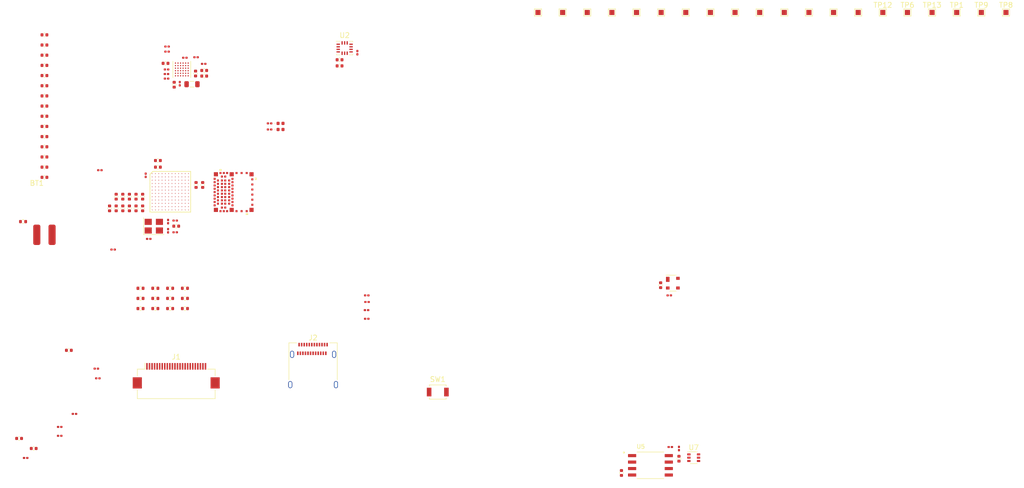
<source format=kicad_pcb>
(kicad_pcb (version 20211014) (generator pcbnew)
  (layers (0 "F.Cu" signal) (31 "B.Cu" signal) (34 "B.Paste" user) (35 "F.Paste" user) (36 "B.SilkS" user "B.Silkscreen") (37 "F.SilkS" user "F.Silkscreen") (38 "B.Mask" user) (39 "F.Mask" user) (44 "Edge.Cuts" user))
  (net 0 "")
  (net 1 "BATT")
  (net 2 "PGND")
  (net 3 "K210_X_IN")
  (net 4 "K210_X_OUT")
  (net 5 "Net-(BT1-Pad1)")
  (net 6 "SBB2_0.9V")
  (net 7 "VBUS_USB")
  (net 8 "LDO_1")
  (net 9 "Net-(C13-Pad1)")
  (net 10 "Net-(C13-Pad2)")
  (net 11 "SBB1_3.3V")
  (net 12 "LDO_0")
  (net 13 "Net-(C28-Pad2)")
  (net 14 "BST")
  (net 15 "Net-(C34-Pad2)")
  (net 16 "VSYS")
  (net 17 "Net-(C39-Pad2)")
  (net 18 "VDD_nRF")
  (net 19 "GNDA")
  (net 20 "CH552_P1.0")
  (net 21 "K210_1V8")
  (net 23 "DVP_SDA")
  (net 24 "DVP_SCL")
  (net 25 "DVP_RST")
  (net 26 "DVP_VSYNC")
  (net 27 "DVP_PWDN")
  (net 28 "DVP_HSYNC")
  (net 29 "DVP_D7")
  (net 30 "DVP_XCLK")
  (net 31 "DVP_D6")
  (net 32 "DVP_D5")
  (net 33 "DVP_PCLK")
  (net 34 "DVP_D4")
  (net 35 "DVP_D0")
  (net 36 "DVP_D3")
  (net 37 "DVP_D1")
  (net 38 "DVP_D2")
  (net 39 "Net-(J1-Pad23)")
  (net 40 "Net-(J1-Pad24)")
  (net 41 "CH552_P1.1")
  (net 42 "CH552_TX0")
  (net 43 "Net-(J2-PadA5)")
  (net 44 "USB_D+")
  (net 45 "USB_D-")
  (net 46 "CH552_RX0")
  (net 47 "Net-(J2-PadB5)")
  (net 48 "Net-(L1-Pad2)")
  (net 49 "nRF_UART_RX")
  (net 50 "Net-(R2-Pad2)")
  (net 51 "Net-(R3-Pad1)")
  (net 52 "nRF_UART_TX")
  (net 53 "ISP_RX")
  (net 54 "NIRQ")
  (net 55 "Net-(R10-Pad1)")
  (net 56 "VCC")
  (net 57 "PMU_SDA")
  (net 58 "PMU_SCL")
  (net 59 "Net-(R13-Pad2)")
  (net 60 "Net-(D1-Pad1)")
  (net 61 "Button")
  (net 62 "nRF_UART_TX_DBUG")
  (net 63 "nRF_UART_RX_DBUG")
  (net 64 "INT_2_IMU")
  (net 65 "INT_1_IMU")
  (net 80 "SPI_CLK")
  (net 81 "SPI_CS_IMU")
  (net 82 "SPI_MOSI")
  (net 83 "SPI_MISO")
  (net 98 "Net-(D2-Pad1)")
  (net 99 "Net-(J2-PadA2)")
  (net 100 "PMU_ALERT_PIN")
  (net 121 "F_D1")
  (net 122 "F_D2")
  (net 123 "F_D0")
  (net 124 "F_CLK")
  (net 125 "F_D3")
  (net 127 "F_CS")
  (net 128 "26M_OUT_K210")
  (net 157 "JTAG_TMS")
  (net 158 "JTAG_TCK")
  (net 161 "BOOT_K210")
  (net 166 "JTAG_TDO")
  (net 167 "JTAG_TDI")
  (net 169 "BATTCHGR")
  (net 171 "PMU_GPIO_2")
  (net 172 "AMUX")
  (net 173 "PMU_GPIO_1")
  (net 175 "PMU_GPIO_0")
  (net 178 "FLASH_EN")
  (net 180 "Net-(J2-PadA3)")
  (net 181 "Net-(J2-PadA6)")
  (net 182 "Net-(J2-PadA7)")
  (net 183 "Net-(J2-PadA10)")
  (net 184 "Net-(J2-PadA11)")
  (net 185 "Net-(J2-PadB2)")
  (net 186 "Net-(J2-PadB3)")
  (net 187 "Net-(J2-PadB6)")
  (net 188 "Net-(J2-PadB7)")
  (net 189 "Net-(J2-PadB10)")
  (net 190 "Net-(J2-PadB11)")
  (net 191 "nRF_LED1")
  (net 192 "nRF_LED2")
  (net 193 "nRF_RST")
  (footprint "Resistor_SMD:R_0201_0603Metric" (layer "F.Cu") (at 178.7 103.8 -90)
    (fp_text reference "R14")
    (fp_text value "NO_STUFF")
    (pad "1" smd roundrect (at -0.32 0 270) (size 0.46 0.4) (layers "F.Cu" "F.Mask") (net 59 "Net-(R13-Pad2)"))
    (pad "2" smd roundrect (at 0.32 0 270) (size 0.46 0.4) (layers "F.Cu" "F.Mask") (net 21 "K210_1V8"))
  )
  (footprint "Capacitor_SMD:C_0402_1005Metric" (layer "F.Cu") (at 54 46.5 180)
    (fp_text reference "C8")
    (fp_text value "4.7uF")
    (pad "1" smd roundrect (at -0.48 0 180) (size 0.56 0.62) (layers "F.Cu" "F.Paste" "F.Mask") (net 1 "BATT"))
    (pad "2" smd roundrect (at 0.48 0 180) (size 0.56 0.62) (layers "F.Cu" "F.Paste" "F.Mask") (net 2 "PGND"))
  )
  (footprint "Resistor_SMD:R_0402_1005Metric" (layer "F.Cu") (at 49.8 59.2)
    (fp_text reference "R35")
    (fp_text value "0")
    (pad "1" smd roundrect (at -0.51 0) (size 0.54 0.64) (layers "F.Cu" "F.Paste" "F.Mask") (net 5 "Net-(BT1-Pad1)"))
    (pad "2" smd roundrect (at 0.51 0) (size 0.54 0.64) (layers "F.Cu" "F.Paste" "F.Mask") (net 1 "BATT"))
  )
  (footprint "Package_TO_SOT_SMD:SOT-143" (layer "F.Cu") (at 177.5 71.3)
    (fp_text reference "U6")
    (fp_text value "MAX811LEUS-T")
    (pad "1" smd rect (at -1 -0.75) (size 0.7 1) (layers "F.Cu" "F.Paste" "F.Mask") (net 2 "PGND"))
    (pad "2" smd rect (at -1 0.95) (size 0.7 0.6) (layers "F.Cu" "F.Paste" "F.Mask") (net 20 "CH552_P1.0"))
    (pad "3" smd rect (at 1 0.95) (size 0.7 0.6) (layers "F.Cu" "F.Paste" "F.Mask"))
    (pad "4" smd rect (at 1 -0.95) (size 0.7 0.6) (layers "F.Cu" "F.Paste" "F.Mask") (net 11 "SBB1_3.3V"))
  )
  (footprint "footprints:ISP1807-LR-RS" (layer "F.Cu") (at 91.2 53.4 90)
    (fp_text reference "U1")
    (fp_text value "ISP1807-LR-RS")
    (pad "1" smd rect (at -3.5 -3.5 90) (size 0.8128 0.8128) (layers "F.Cu" "F.Paste" "F.Mask") (net 2 "PGND"))
    (pad "2" smd rect (at -3.7465 -2.6 180) (size 0.4064 0.4064) (layers "F.Cu" "F.Paste" "F.Mask"))
    (pad "3" smd rect (at -3.05 -2.3215 90) (size 0.4064 0.4064) (layers "F.Cu" "F.Paste" "F.Mask"))
    (pad "4" smd rect (at -3.7465 -1.949999 180) (size 0.4064 0.4064) (layers "F.Cu" "F.Paste" "F.Mask"))
    (pad "5" smd rect (at -3.05 -1.6715 90) (size 0.4064 0.4064) (layers "F.Cu" "F.Paste" "F.Mask"))
    (pad "6" smd rect (at -3.7465 -1.3 180) (size 0.4064 0.4064) (layers "F.Cu" "F.Paste" "F.Mask"))
    (pad "7" smd rect (at -3.5 -0.4 90) (size 0.8128 0.8128) (layers "F.Cu" "F.Paste" "F.Mask") (net 2 "PGND"))
    (pad "8" smd rect (at -2.6 -0.2465 90) (size 0.4064 0.4064) (layers "F.Cu" "F.Paste" "F.Mask"))
    (pad "9" smd rect (at -2.275 -0.8965 90) (size 0.4064 0.4064) (layers "F.Cu" "F.Paste" "F.Mask"))
    (pad "10" smd rect (at -1.949999 -0.2465 90) (size 0.4064 0.4064) (layers "F.Cu" "F.Paste" "F.Mask"))
    (pad "11" smd rect (at -1.625 -0.8965 90) (size 0.4064 0.4064) (layers "F.Cu" "F.Paste" "F.Mask"))
    (pad "12" smd rect (at -1.3 -0.2465 90) (size 0.4064 0.4064) (layers "F.Cu" "F.Paste" "F.Mask") (net 7 "VBUS_USB"))
    (pad "13" smd rect (at -0.975 -0.8965 90) (size 0.4064 0.4064) (layers "F.Cu" "F.Paste" "F.Mask") (net 193 "nRF_RST"))
    (pad "14" smd rect (at -0.649999 -0.2465 90) (size 0.4064 0.4064) (layers "F.Cu" "F.Paste" "F.Mask") (net 2 "PGND"))
    (pad "15" smd rect (at -0.325 -0.8965 90) (size 0.4064 0.4064) (layers "F.Cu" "F.Paste" "F.Mask"))
    (pad "16" smd rect (at 0 -0.2465 90) (size 0.4064 0.4064) (layers "F.Cu" "F.Paste" "F.Mask") (net 2 "PGND"))
    (pad "17" smd rect (at 0.325 -0.8965 90) (size 0.4064 0.4064) (layers "F.Cu" "F.Paste" "F.Mask"))
    (pad "18" smd rect (at 0.649999 -0.2465 90) (size 0.4064 0.4064) (layers "F.Cu" "F.Paste" "F.Mask") (net 2 "PGND"))
    (pad "19" smd rect (at 0.975 -0.8965 90) (size 0.4064 0.4064) (layers "F.Cu" "F.Paste" "F.Mask"))
    (pad "20" smd rect (at 1.3 -0.2465 90) (size 0.4064 0.4064) (layers "F.Cu" "F.Paste" "F.Mask") (net 2 "PGND"))
    (pad "21" smd rect (at 1.625 -0.8965 90) (size 0.4064 0.4064) (layers "F.Cu" "F.Paste" "F.Mask") (net 2 "PGND"))
    (pad "22" smd rect (at 1.949999 -0.2465 90) (size 0.4064 0.4064) (layers "F.Cu" "F.Paste" "F.Mask") (net 2 "PGND"))
    (pad "23" smd rect (at 2.275 -0.8965 90) (size 0.4064 0.4064) (layers "F.Cu" "F.Paste" "F.Mask") (net 2 "PGND"))
    (pad "24" smd rect (at 2.6 -0.2465 90) (size 0.4064 0.4064) (layers "F.Cu" "F.Paste" "F.Mask") (net 2 "PGND"))
    (pad "25" smd rect (at 3.500001 -0.4 90) (size 0.8128 0.8128) (layers "F.Cu" "F.Paste" "F.Mask") (net 2 "PGND"))
    (pad "26" smd rect (at 3.7465 -1.3 180) (size 0.4064 0.4064) (layers "F.Cu" "F.Paste" "F.Mask") (net 8 "LDO_1"))
    (pad "27" smd rect (at 3.05 -1.6715 90) (size 0.4064 0.4064) (layers "F.Cu" "F.Paste" "F.Mask"))
    (pad "28" smd rect (at 3.7465 -1.949999 180) (size 0.4064 0.4064) (layers "F.Cu" "F.Paste" "F.Mask") (net 45 "USB_D-"))
    (pad "29" smd rect (at 3.05 -2.3215 90) (size 0.4064 0.4064) (layers "F.Cu" "F.Paste" "F.Mask"))
    (pad "30" smd rect (at 3.7465 -2.6 180) (size 0.4064 0.4064) (layers "F.Cu" "F.Paste" "F.Mask") (net 44 "USB_D+"))
    (pad "31" smd rect (at 3.5 -3.5 90) (size 0.8128 0.8128) (layers "F.Cu" "F.Paste" "F.Mask") (net 2 "PGND"))
    (pad "32" smd rect (at 2.6 -3.7465 90) (size 0.4064 0.4064) (layers "F.Cu" "F.Paste" "F.Mask") (net 80 "SPI_CLK"))
    (pad "33" smd rect (at 2.275 -3.0965 90) (size 0.4064 0.4064) (layers "F.Cu" "F.Paste" "F.Mask") (net 81 "SPI_CS_IMU"))
    (pad "34" smd rect (at 1.949999 -3.7465 90) (size 0.4064 0.4064) (layers "F.Cu" "F.Paste" "F.Mask") (net 82 "SPI_MOSI"))
    (pad "35" smd rect (at 1.625 -3.0965 90) (size 0.4064 0.4064) (layers "F.Cu" "F.Paste" "F.Mask") (net 83 "SPI_MISO"))
    (pad "36" smd rect (at 1.3 -3.7465 90) (size 0.4064 0.4064) (layers "F.Cu" "F.Paste" "F.Mask") (net 52 "nRF_UART_TX"))
    (pad "37" smd rect (at 0.975 -3.0965 90) (size 0.4064 0.4064) (layers "F.Cu" "F.Paste" "F.Mask") (net 49 "nRF_UART_RX"))
    (pad "38" smd rect (at 0.649999 -3.7465 90) (size 0.4064 0.4064) (layers "F.Cu" "F.Paste" "F.Mask"))
    (pad "39" smd rect (at 0.325 -3.0965 90) (size 0.4064 0.4064) (layers "F.Cu" "F.Paste" "F.Mask") (net 61 "Button"))
    (pad "40" smd rect (at 0 -3.7465 90) (size 0.4064 0.4064) (layers "F.Cu" "F.Paste" "F.Mask"))
    (pad "41" smd rect (at -0.325 -3.0965 90) (size 0.4064 0.4064) (layers "F.Cu" "F.Paste" "F.Mask") (net 63 "nRF_UART_RX_DBUG"))
    (pad "42" smd rect (at -0.649999 -3.7465 90) (size 0.4064 0.4064) (layers "F.Cu" "F.Paste" "F.Mask"))
    (pad "43" smd rect (at -0.975 -3.0965 90) (size 0.4064 0.4064) (layers "F.Cu" "F.Paste" "F.Mask") (net 62 "nRF_UART_TX_DBUG"))
    (pad "44" smd rect (at -1.3 -3.7465 90) (size 0.4064 0.4064) (layers "F.Cu" "F.Paste" "F.Mask"))
    (pad "45" smd rect (at -1.625 -3.0965 90) (size 0.4064 0.4064) (layers "F.Cu" "F.Paste" "F.Mask"))
    (pad "46" smd rect (at -1.949999 -3.7465 90) (size 0.4064 0.4064) (layers "F.Cu" "F.Paste" "F.Mask"))
    (pad "47" smd rect (at -2.275 -3.0965 90) (size 0.4064 0.4064) (layers "F.Cu" "F.Paste" "F.Mask"))
    (pad "48" smd rect (at -2.6 -3.7465 90) (size 0.4064 0.4064) (layers "F.Cu" "F.Paste" "F.Mask"))
    (pad "49" smd rect (at 2.275 -2.3215 90) (size 0.4064 0.4064) (layers "F.Cu" "F.Paste" "F.Mask"))
    (pad "50" smd rect (at 1.625 -2.3215 90) (size 0.4064 0.4064) (layers "F.Cu" "F.Paste" "F.Mask"))
    (pad "51" smd rect (at 0.975 -2.3215 90) (size 0.4064 0.4064) (layers "F.Cu" "F.Paste" "F.Mask"))
    (pad "52" smd rect (at 0.325 -2.3215 90) (size 0.4064 0.4064) (layers "F.Cu" "F.Paste" "F.Mask"))
    (pad "53" smd rect (at -0.325 -2.3215 90) (size 0.4064 0.4064) (layers "F.Cu" "F.Paste" "F.Mask"))
    (pad "54" smd rect (at -0.975 -2.3215 90) (size 0.4064 0.4064) (layers "F.Cu" "F.Paste" "F.Mask"))
    (pad "55" smd rect (at -1.625 -2.3215 90) (size 0.4064 0.4064) (layers "F.Cu" "F.Paste" "F.Mask") (net 18 "VDD_nRF"))
    (pad "56" smd rect (at -2.275 -2.3215 90) (size 0.4064 0.4064) (layers "F.Cu" "F.Paste" "F.Mask") (net 58 "PMU_SCL"))
    (pad "57" smd rect (at 2.275 -1.6715 90) (size 0.4064 0.4064) (layers "F.Cu" "F.Paste" "F.Mask") (net 57 "PMU_SDA"))
    (pad "58" smd rect (at 1.625 -1.6715 90) (size 0.4064 0.4064) (layers "F.Cu" "F.Paste" "F.Mask") (net 192 "nRF_LED2"))
    (pad "59" smd rect (at 0.975 -1.6715 90) (size 0.4064 0.4064) (layers "F.Cu" "F.Paste" "F.Mask") (net 191 "nRF_LED1"))
    (pad "60" smd rect (at 0.325 -1.6715 90) (size 0.4064 0.4064) (layers "F.Cu" "F.Paste" "F.Mask") (net 64 "INT_2_IMU"))
    (pad "61" smd rect (at -0.325 -1.6715 90) (size 0.4064 0.4064) (layers "F.Cu" "F.Paste" "F.Mask") (net 65 "INT_1_IMU"))
    (pad "62" smd rect (at -0.975 -1.6715 90) (size 0.4064 0.4064) (layers "F.Cu" "F.Paste" "F.Mask") (net 54 "NIRQ"))
    (pad "63" smd rect (at -1.625 -1.6715 90) (size 0.4064 0.4064) (layers "F.Cu" "F.Paste" "F.Mask") (net 100 "PMU_ALERT_PIN"))
    (pad "64" smd rect (at -2.275 -1.6715 90) (size 0.4064 0.4064) (layers "F.Cu" "F.Paste" "F.Mask"))
    (pad "65" smd rect (at -3.7465 0.55 180) (size 0.4064 0.4064) (layers "F.Cu" "F.Paste" "F.Mask"))
    (pad "66" smd rect (at -3.7465 1.55 180) (size 0.4064 0.4064) (layers "F.Cu" "F.Paste" "F.Mask"))
    (pad "67" smd rect (at -3.7465 2.55 180) (size 0.4064 0.4064) (layers "F.Cu" "F.Paste" "F.Mask"))
    (pad "68" smd rect (at -3.5 3.5 90) (size 0.8128 0.8128) (layers "F.Cu" "F.Paste" "F.Mask"))
    (pad "69" smd rect (at -2.5 3.6535 90) (size 0.4064 0.4064) (layers "F.Cu" "F.Paste" "F.Mask"))
    (pad "70" smd rect (at -1.5 3.6535 90) (size 0.4064 0.4064) (layers "F.Cu" "F.Paste" "F.Mask"))
    (pad "71" smd rect (at -0.5 3.6535 90) (size 0.4064 0.4064) (layers "F.Cu" "F.Paste" "F.Mask"))
    (pad "72" smd rect (at 0.5 3.6535 90) (size 0.4064 0.4064) (layers "F.Cu" "F.Paste" "F.Mask"))
    (pad "73" smd rect (at 1.5 3.6535 90) (size 0.4064 0.4064) (layers "F.Cu" "F.Paste" "F.Mask"))
    (pad "74" smd rect (at 2.5 3.6535 90) (size 0.4064 0.4064) (layers "F.Cu" "F.Paste" "F.Mask"))
    (pad "75" smd rect (at 3.5 3.5 90) (size 0.8128 0.8128) (layers "F.Cu" "F.Paste" "F.Mask"))
    (pad "76" smd rect (at 3.74649 2.55 180) (size 0.4064 0.4064) (layers "F.Cu" "F.Paste" "F.Mask"))
    (pad "77" smd rect (at 3.74649 1.55 180) (size 0.4064 0.4064) (layers "F.Cu" "F.Paste" "F.Mask"))
    (pad "78" smd rect (at 3.74649 0.55 180) (size 0.4064 0.4064) (layers "F.Cu" "F.Paste" "F.Mask"))
  )
  (footprint "Resistor_SMD:R_0201_0603Metric" (layer "F.Cu") (at 117.3 76.6)
    (fp_text reference "R5")
    (fp_text value "5.1k")
    (pad "1" smd roundrect (at -0.32 0) (size 0.46 0.4) (layers "F.Cu" "F.Mask") (net 47 "Net-(J2-PadB5)"))
    (pad "2" smd roundrect (at 0.32 0) (size 0.46 0.4) (layers "F.Cu" "F.Mask") (net 2 "PGND"))
  )
  (footprint "Capacitor_SMD:C_0402_1005Metric" (layer "F.Cu") (at 72 54.3 90)
    (fp_text reference "C32")
    (fp_text value "100nF")
    (pad "1" smd roundrect (at -0.48 0 90) (size 0.56 0.62) (layers "F.Cu" "F.Paste" "F.Mask") (net 6 "SBB2_0.9V"))
    (pad "2" smd roundrect (at 0.48 0 90) (size 0.56 0.62) (layers "F.Cu" "F.Paste" "F.Mask") (net 2 "PGND"))
  )
  (footprint "Capacitor_SMD:C_0402_1005Metric" (layer "F.Cu") (at 54 34.5 180)
    (fp_text reference "C27")
    (fp_text value "100uF")
    (pad "1" smd roundrect (at -0.48 0 180) (size 0.56 0.62) (layers "F.Cu" "F.Paste" "F.Mask") (net 1 "BATT"))
    (pad "2" smd roundrect (at 0.48 0 180) (size 0.56 0.62) (layers "F.Cu" "F.Paste" "F.Mask") (net 2 "PGND"))
  )
  (footprint "Capacitor_SMD:C_0402_1005Metric" (layer "F.Cu") (at 83.8 52 90)
    (fp_text reference "C33")
    (fp_text value "10uF")
    (pad "1" smd roundrect (at -0.48 0 90) (size 0.56 0.62) (layers "F.Cu" "F.Paste" "F.Mask") (net 8 "LDO_1"))
    (pad "2" smd roundrect (at 0.48 0 90) (size 0.56 0.62) (layers "F.Cu" "F.Paste" "F.Mask") (net 2 "PGND"))
  )
  (footprint "Resistor_SMD:R_0402_1005Metric" (layer "F.Cu") (at 72.88 74.3)
    (fp_text reference "R28")
    (fp_text value "0")
    (pad "1" smd roundrect (at -0.51 0) (size 0.54 0.64) (layers "F.Cu" "F.Paste" "F.Mask") (net 99 "Net-(J2-PadA2)"))
    (pad "2" smd roundrect (at 0.51 0) (size 0.54 0.64) (layers "F.Cu" "F.Paste" "F.Mask") (net 41 "CH552_P1.1"))
  )
  (footprint "Resistor_SMD:R_0402_1005Metric" (layer "F.Cu") (at 75.79 76.29)
    (fp_text reference "R24")
    (fp_text value "0")
    (pad "1" smd roundrect (at -0.51 0) (size 0.54 0.64) (layers "F.Cu" "F.Paste" "F.Mask") (net 187 "Net-(J2-PadB6)"))
    (pad "2" smd roundrect (at 0.51 0) (size 0.54 0.64) (layers "F.Cu" "F.Paste" "F.Mask") (net 44 "USB_D+"))
  )
  (footprint "TestPoint:TestPoint_Pad_1.0x1.0mm" (layer "F.Cu") (at 184.883395 18.1)
    (fp_text reference "TP7")
    (fp_text value "TestPoint")
    (pad "1" smd rect (at 0 0) (size 1 1) (layers "F.Cu" "F.Mask") (net 44 "USB_D+"))
  )
  (footprint "TestPoint:TestPoint_Pad_1.0x1.0mm" (layer "F.Cu") (at 151 18.1)
    (fp_text reference "TP16")
    (fp_text value "TestPoint")
    (pad "1" smd rect (at 0 0) (size 1 1) (layers "F.Cu" "F.Mask") (net 100 "PMU_ALERT_PIN"))
  )
  (footprint "TestPoint:TestPoint_Pad_1.0x1.0mm" (layer "F.Cu") (at 160.68097 18.1)
    (fp_text reference "TP19")
    (fp_text value "TestPoint")
    (pad "1" smd rect (at 0 0) (size 1 1) (layers "F.Cu" "F.Mask") (net 80 "SPI_CLK"))
  )
  (footprint "Capacitor_SMD:C_0201_0603Metric" (layer "F.Cu") (at 78.3 61 90)
    (fp_text reference "C1")
    (fp_text value "4.7pF")
    (pad "1" smd roundrect (at -0.32 0 90) (size 0.46 0.4) (layers "F.Cu" "F.Mask") (net 2 "PGND"))
    (pad "2" smd roundrect (at 0.32 0 90) (size 0.46 0.4) (layers "F.Cu" "F.Mask") (net 3 "K210_X_IN"))
  )
  (footprint "Capacitor_SMD:C_0402_1005Metric" (layer "F.Cu") (at 54 42.5 180)
    (fp_text reference "C12")
    (fp_text value "10uF")
    (pad "1" smd roundrect (at -0.48 0 180) (size 0.56 0.62) (layers "F.Cu" "F.Paste" "F.Mask") (net 1 "BATT"))
    (pad "2" smd roundrect (at 0.48 0 180) (size 0.56 0.62) (layers "F.Cu" "F.Paste" "F.Mask") (net 2 "PGND"))
  )
  (footprint "Inductor_SMD:L_0201_0603Metric" (layer "F.Cu") (at 79.7 61.3 180)
    (fp_text reference "FB1")
    (fp_text value "FerriteBead_Small")
    (pad "1" smd roundrect (at -0.32 0 180) (size 0.46 0.4) (layers "F.Cu" "F.Mask") (net 10 "Net-(C13-Pad2)"))
    (pad "2" smd roundrect (at 0.32 0 180) (size 0.46 0.4) (layers "F.Cu" "F.Mask") (net 2 "PGND"))
  )
  (footprint "Capacitor_SMD:C_0201_0603Metric" (layer "F.Cu") (at 79.7 59)
    (fp_text reference "C13")
    (fp_text value "100nF")
    (pad "1" smd roundrect (at -0.32 0) (size 0.46 0.4) (layers "F.Cu" "F.Mask") (net 9 "Net-(C13-Pad1)"))
    (pad "2" smd roundrect (at 0.32 0) (size 0.46 0.4) (layers "F.Cu" "F.Mask") (net 10 "Net-(C13-Pad2)"))
  )
  (footprint "Capacitor_SMD:C_0402_1005Metric" (layer "F.Cu") (at 68.1 56.6 -90)
    (fp_text reference "C21")
    (fp_text value "10uF")
    (pad "1" smd roundrect (at -0.48 0 270) (size 0.56 0.62) (layers "F.Cu" "F.Paste" "F.Mask") (net 6 "SBB2_0.9V"))
    (pad "2" smd roundrect (at 0.48 0 270) (size 0.56 0.62) (layers "F.Cu" "F.Paste" "F.Mask") (net 2 "PGND"))
  )
  (footprint "TestPoint:TestPoint_Pad_1.0x1.0mm" (layer "F.Cu") (at 218.76679 18.1)
    (fp_text reference "TP12" (at 0 -1.448) (layer "F.SilkS"))
    (fp_text value "TestPoint")
    (pad "1" smd rect (at 0 0) (size 1 1) (layers "F.Cu" "F.Mask") (net 62 "nRF_UART_TX_DBUG"))
  )
  (footprint "TestPoint:TestPoint_Pad_1.0x1.0mm" (layer "F.Cu") (at 180.04291 18.1)
    (fp_text reference "TP11")
    (fp_text value "TestPoint")
    (pad "1" smd rect (at 0 0) (size 1 1) (layers "F.Cu" "F.Mask") (net 24 "DVP_SCL"))
  )
  (footprint "Capacitor_SMD:C_0402_1005Metric" (layer "F.Cu") (at 54 26.5 180)
    (fp_text reference "C25")
    (fp_text value "100uF")
    (pad "1" smd roundrect (at -0.48 0 180) (size 0.56 0.62) (layers "F.Cu" "F.Paste" "F.Mask") (net 1 "BATT"))
    (pad "2" smd roundrect (at 0.48 0 180) (size 0.56 0.62) (layers "F.Cu" "F.Paste" "F.Mask") (net 2 "PGND"))
  )
  (footprint "Capacitor_SMD:C_0402_1005Metric" (layer "F.Cu") (at 68.1 54.3 90)
    (fp_text reference "C24")
    (fp_text value "100nF")
    (pad "1" smd roundrect (at -0.48 0 90) (size 0.56 0.62) (layers "F.Cu" "F.Paste" "F.Mask") (net 6 "SBB2_0.9V"))
    (pad "2" smd roundrect (at 0.48 0 90) (size 0.56 0.62) (layers "F.Cu" "F.Paste" "F.Mask") (net 2 "PGND"))
  )
  (footprint "Capacitor_SMD:C_0402_1005Metric" (layer "F.Cu") (at 76.3 48.5 180)
    (fp_text reference "C31")
    (fp_text value "10uF")
    (pad "1" smd roundrect (at -0.48 0 180) (size 0.56 0.62) (layers "F.Cu" "F.Paste" "F.Mask") (net 11 "SBB1_3.3V"))
    (pad "2" smd roundrect (at 0.48 0 180) (size 0.56 0.62) (layers "F.Cu" "F.Paste" "F.Mask") (net 2 "PGND"))
  )
  (footprint "Resistor_SMD:R_0402_1005Metric" (layer "F.Cu") (at 75.79 72.31)
    (fp_text reference "R32")
    (fp_text value "0")
    (pad "1" smd roundrect (at -0.51 0) (size 0.54 0.64) (layers "F.Cu" "F.Paste" "F.Mask") (net 185 "Net-(J2-PadB2)"))
    (pad "2" smd roundrect (at 0.51 0) (size 0.54 0.64) (layers "F.Cu" "F.Paste" "F.Mask") (net 41 "CH552_P1.1"))
  )
  (footprint "Capacitor_SMD:C_0402_1005Metric" (layer "F.Cu") (at 112 28.6)
    (fp_text reference "C45")
    (fp_text value "100nF")
    (pad "1" smd roundrect (at -0.48 0) (size 0.56 0.62) (layers "F.Cu" "F.Paste" "F.Mask") (net 2 "PGND"))
    (pad "2" smd roundrect (at 0.48 0) (size 0.56 0.62) (layers "F.Cu" "F.Paste" "F.Mask") (net 18 "VDD_nRF"))
  )
  (footprint "Capacitor_SMD:C_0402_1005Metric" (layer "F.Cu") (at 112 27.4)
    (fp_text reference "C46")
    (fp_text value "100nF")
    (pad "1" smd roundrect (at -0.48 0) (size 0.56 0.62) (layers "F.Cu" "F.Paste" "F.Mask") (net 2 "PGND"))
    (pad "2" smd roundrect (at 0.48 0) (size 0.56 0.62) (layers "F.Cu" "F.Paste" "F.Mask") (net 18 "VDD_nRF"))
  )
  (footprint "Capacitor_SMD:C_0402_1005Metric" (layer "F.Cu") (at 178.7 105.8 90)
    (fp_text reference "C3")
    (fp_text value "100nF")
    (pad "1" smd roundrect (at -0.48 0 90) (size 0.56 0.62) (layers "F.Cu" "F.Paste" "F.Mask") (net 2 "PGND"))
    (pad "2" smd roundrect (at 0.48 0 90) (size 0.56 0.62) (layers "F.Cu" "F.Paste" "F.Mask") (net 21 "K210_1V8"))
  )
  (footprint "Capacitor_SMD:C_0201_0603Metric" (layer "F.Cu") (at 78 31.1 180)
    (fp_text reference "C23")
    (fp_text value "1uF")
    (pad "1" smd roundrect (at -0.32 0 180) (size 0.46 0.4) (layers "F.Cu" "F.Mask") (net 12 "LDO_0"))
    (pad "2" smd roundrect (at 0.32 0 180) (size 0.46 0.4) (layers "F.Cu" "F.Mask") (net 2 "PGND"))
  )
  (footprint "Resistor_SMD:R_0402_1005Metric" (layer "F.Cu") (at 75.79 74.3)
    (fp_text reference "R22")
    (fp_text value "0")
    (pad "1" smd roundrect (at -0.51 0) (size 0.54 0.64) (layers "F.Cu" "F.Paste" "F.Mask") (net 188 "Net-(J2-PadB7)"))
    (pad "2" smd roundrect (at 0.51 0) (size 0.54 0.64) (layers "F.Cu" "F.Paste" "F.Mask") (net 45 "USB_D-"))
  )
  (footprint "Resistor_SMD:R_0201_0603Metric" (layer "F.Cu") (at 64.9 49.1)
    (fp_text reference "R1")
    (fp_text value "10k")
    (pad "1" smd roundrect (at -0.32 0) (size 0.46 0.4) (layers "F.Cu" "F.Mask") (net 11 "SBB1_3.3V"))
    (pad "2" smd roundrect (at 0.32 0) (size 0.46 0.4) (layers "F.Cu" "F.Mask") (net 41 "CH552_P1.1"))
  )
  (footprint "TestPoint:TestPoint_Pad_1.0x1.0mm" (layer "F.Cu") (at 213.926305 18.1)
    (fp_text reference "TP15")
    (fp_text value "TestPoint")
    (pad "1" smd rect (at 0 0) (size 1 1) (layers "F.Cu" "F.Mask") (net 65 "INT_1_IMU"))
  )
  (footprint "Connector_USB:USB_C_Receptacle_Amphenol_12401610E4-2A" (layer "F.Cu") (at 106.8 88.4)
    (fp_text reference "J2" (at 0 -6.36) (layer "F.SilkS"))
    (fp_text value "USB_C_Receptacle")
    (pad "" np_thru_hole circle (at -3.6 -4.36) (size 0.65 0.65) (drill 0.65) (layers *.Cu *.Mask))
    (pad "" np_thru_hole oval (at 3.6 -4.36) (size 0.95 0.65) (drill oval 0.95 0.65) (layers *.Cu *.Mask))
    (pad "A1" smd rect (at -2.75 -5.02) (size 0.3 0.7) (layers "F.Cu" "F.Paste" "F.Mask") (net 2 "PGND"))
    (pad "A2" smd rect (at -2.25 -5.02) (size 0.3 0.7) (layers "F.Cu" "F.Paste" "F.Mask") (net 99 "Net-(J2-PadA2)"))
    (pad "A3" smd rect (at -1.75 -5.02) (size 0.3 0.7) (layers "F.Cu" "F.Paste" "F.Mask") (net 180 "Net-(J2-PadA3)"))
    (pad "A4" smd rect (at -1.25 -5.02) (size 0.3 0.7) (layers "F.Cu" "F.Paste" "F.Mask") (net 7 "VBUS_USB"))
    (pad "A5" smd rect (at -0.75 -5.02) (size 0.3 0.7) (layers "F.Cu" "F.Paste" "F.Mask") (net 43 "Net-(J2-PadA5)"))
    (pad "A6" smd rect (at -0.25 -5.02) (size 0.3 0.7) (layers "F.Cu" "F.Paste" "F.Mask") (net 181 "Net-(J2-PadA6)"))
    (pad "A7" smd rect (at 0.25 -5.02) (size 0.3 0.7) (layers "F.Cu" "F.Paste" "F.Mask") (net 182 "Net-(J2-PadA7)"))
    (pad "A8" smd rect (at 0.75 -5.02) (size 0.3 0.7) (layers "F.Cu" "F.Paste" "F.Mask") (net 62 "nRF_UART_TX_DBUG"))
    (pad "A9" smd rect (at 1.25 -5.02) (size 0.3 0.7) (layers "F.Cu" "F.Paste" "F.Mask") (net 7 "VBUS_USB"))
    (pad "A10" smd rect (at 1.75 -5.02) (size 0.3 0.7) (layers "F.Cu" "F.Paste" "F.Mask") (net 183 "Net-(J2-PadA10)"))
    (pad "A11" smd rect (at 2.25 -5.02) (size 0.3 0.7) (layers "F.Cu" "F.Paste" "F.Mask") (net 184 "Net-(J2-PadA11)"))
    (pad "A12" smd rect (at 2.75 -5.02) (size 0.3 0.7) (layers "F.Cu" "F.Paste" "F.Mask") (net 2 "PGND"))
    (pad "B1" smd rect (at 2.5 -3.32) (size 0.3 0.7) (layers "F.Cu" "F.Paste" "F.Mask") (net 2 "PGND"))
    (pad "B2" smd rect (at 2 -3.32) (size 0.3 0.7) (layers "F.Cu" "F.Paste" "F.Mask") (net 185 "Net-(J2-PadB2)"))
    (pad "B3" smd rect (at 1.5 -3.32) (size 0.3 0.7) (layers "F.Cu" "F.Paste" "F.Mask") (net 186 "Net-(J2-PadB3)"))
    (pad "B4" smd rect (at 1 -3.32) (size 0.3 0.7) (layers "F.Cu" "F.Paste" "F.Mask") (net 7 "VBUS_USB"))
    (pad "B5" smd rect (at 0.5 -3.32) (size 0.3 0.7) (layers "F.Cu" "F.Paste" "F.Mask") (net 47 "Net-(J2-PadB5)"))
    (pad "B6" smd rect (at 0 -3.32) (size 0.3 0.7) (layers "F.Cu" "F.Paste" "F.Mask") (net 187 "Net-(J2-PadB6)"))
    (pad "B7" smd rect (at -0.5 -3.32) (size 0.3 0.7) (layers "F.Cu" "F.Paste" "F.Mask") (net 188 "Net-(J2-PadB7)"))
    (pad "B8" smd rect (at -1 -3.32) (size 0.3 0.7) (layers "F.Cu" "F.Paste" "F.Mask") (net 62 "nRF_UART_TX_DBUG"))
    (pad "B9" smd rect (at -1.5 -3.32) (size 0.3 0.7) (layers "F.Cu" "F.Paste" "F.Mask") (net 7 "VBUS_USB"))
    (pad "B10" smd rect (at -2 -3.32) (size 0.3 0.7) (layers "F.Cu" "F.Paste" "F.Mask") (net 189 "Net-(J2-PadB10)"))
    (pad "B11" smd rect (at -2.5 -3.32) (size 0.3 0.7) (layers "F.Cu" "F.Paste" "F.Mask") (net 190 "Net-(J2-PadB11)"))
    (pad "B12" smd rect (at -3 -3.32) (size 0.3 0.7) (layers "F.Cu" "F.Paste" "F.Mask") (net 2 "PGND"))
    (pad "S1" thru_hole oval (at 4.49 2.84) (size 0.8 1.4) (drill oval 0.5 1.1) (layers *.Cu *.Mask) (net 2 "PGND"))
    (pad "S1" thru_hole oval (at -4.49 2.84) (size 0.8 1.4) (drill oval 0.5 1.1) (layers *.Cu *.Mask) (net 2 "PGND"))
    (pad "S1" thru_hole oval (at 4.13 -3.11) (size 0.8 1.4) (drill oval 0.5 1.1) (layers *.Cu *.Mask) (net 2 "PGND"))
    (pad "S1" thru_hole oval (at -4.13 -3.11) (size 0.8 1.4) (drill oval 0.5 1.1) (layers *.Cu *.Mask) (net 2 "PGND"))
  )
  (footprint "Capacitor_SMD:C_0402_1005Metric" (layer "F.Cu") (at 66.8 56.6 -90)
    (fp_text reference "C20")
    (fp_text value "10uF")
    (pad "1" smd roundrect (at -0.48 0 270) (size 0.56 0.62) (layers "F.Cu" "F.Paste" "F.Mask") (net 6 "SBB2_0.9V"))
    (pad "2" smd roundrect (at 0.48 0 270) (size 0.56 0.62) (layers "F.Cu" "F.Paste" "F.Mask") (net 2 "PGND"))
  )
  (footprint "TestPoint:TestPoint_Pad_1.0x1.0mm" (layer "F.Cu") (at 155.840485 18.1)
    (fp_text reference "TP18")
    (fp_text value "TestPoint")
    (pad "1" smd rect (at 0 0) (size 1 1) (layers "F.Cu" "F.Mask") (net 82 "SPI_MOSI"))
  )
  (footprint "Capacitor_SMD:C_0402_1005Metric" (layer "F.Cu") (at 54 22.5 180)
    (fp_text reference "C35")
    (fp_text value "100uF")
    (pad "1" smd roundrect (at -0.48 0 180) (size 0.56 0.62) (layers "F.Cu" "F.Paste" "F.Mask") (net 1 "BATT"))
    (pad "2" smd roundrect (at 0.48 0 180) (size 0.56 0.62) (layers "F.Cu" "F.Paste" "F.Mask") (net 2 "PGND"))
  )
  (footprint "TestPoint:TestPoint_Pad_1.0x1.0mm" (layer "F.Cu") (at 170.36194 18.1)
    (fp_text reference "TP17")
    (fp_text value "TestPoint")
    (pad "1" smd rect (at 0 0) (size 1 1) (layers "F.Cu" "F.Mask") (net 83 "SPI_MISO"))
  )
  (footprint "Resistor_SMD:R_0201_0603Metric" (layer "F.Cu") (at 115.5 26 90)
    (fp_text reference "R20")
    (fp_text value "NO_STUFF")
    (pad "1" smd roundrect (at -0.32 0 90) (size 0.46 0.4) (layers "F.Cu" "F.Mask") (net 8 "LDO_1"))
    (pad "2" smd roundrect (at 0.32 0 90) (size 0.46 0.4) (layers "F.Cu" "F.Mask") (net 18 "VDD_nRF"))
  )
  (footprint "Resistor_SMD:R_0201_0603Metric" (layer "F.Cu") (at 64.5 90)
    (fp_text reference "R15")
    (fp_text value "4.7K")
    (pad "1" smd roundrect (at -0.32 0) (size 0.46 0.4) (layers "F.Cu" "F.Mask") (net 8 "LDO_1"))
    (pad "2" smd roundrect (at 0.32 0) (size 0.46 0.4) (layers "F.Cu" "F.Mask") (net 24 "DVP_SCL"))
  )
  (footprint "Capacitor_SMD:C_0402_1005Metric" (layer "F.Cu") (at 54 30.5 180)
    (fp_text reference "C19")
    (fp_text value "10uF")
    (pad "1" smd roundrect (at -0.48 0 180) (size 0.56 0.62) (layers "F.Cu" "F.Paste" "F.Mask") (net 1 "BATT"))
    (pad "2" smd roundrect (at 0.48 0 180) (size 0.56 0.62) (layers "F.Cu" "F.Paste" "F.Mask") (net 2 "PGND"))
  )
  (footprint "Resistor_SMD:R_0201_0603Metric" (layer "F.Cu") (at 78.1 25.8)
    (fp_text reference "R12")
    (fp_text value "4.7K")
    (pad "1" smd roundrect (at -0.32 0) (size 0.46 0.4) (layers "F.Cu" "F.Mask") (net 56 "VCC"))
    (pad "2" smd roundrect (at 0.32 0) (size 0.46 0.4) (layers "F.Cu" "F.Mask") (net 58 "PMU_SCL"))
  )
  (footprint "Capacitor_SMD:C_0402_1005Metric" (layer "F.Cu") (at 73.3 56.6 -90)
    (fp_text reference "C14")
    (fp_text value "1uF")
    (pad "1" smd roundrect (at -0.48 0 270) (size 0.56 0.62) (layers "F.Cu" "F.Paste" "F.Mask") (net 21 "K210_1V8"))
    (pad "2" smd roundrect (at 0.48 0 270) (size 0.56 0.62) (layers "F.Cu" "F.Paste" "F.Mask") (net 2 "PGND"))
  )
  (footprint "Resistor_SMD:R_0402_1005Metric" (layer "F.Cu") (at 78.7 74.3)
    (fp_text reference "R29")
    (fp_text value "0")
    (pad "1" smd roundrect (at -0.51 0) (size 0.54 0.64) (layers "F.Cu" "F.Paste" "F.Mask") (net 183 "Net-(J2-PadA10)"))
    (pad "2" smd roundrect (at 0.51 0) (size 0.54 0.64) (layers "F.Cu" "F.Paste" "F.Mask") (net 46 "CH552_RX0"))
  )
  (footprint "Capacitor_SMD:C_0402_1005Metric" (layer "F.Cu") (at 54 28.5 180)
    (fp_text reference "C22")
    (fp_text value "10uF")
    (pad "1" smd roundrect (at -0.48 0 180) (size 0.56 0.62) (layers "F.Cu" "F.Paste" "F.Mask") (net 1 "BATT"))
    (pad "2" smd roundrect (at 0.48 0 180) (size 0.56 0.62) (layers "F.Cu" "F.Paste" "F.Mask") (net 2 "PGND"))
  )
  (footprint "Capacitor_SMD:C_0402_1005Metric" (layer "F.Cu") (at 54 38.5 180)
    (fp_text reference "C15")
    (fp_text value "10uF")
    (pad "1" smd roundrect (at -0.48 0 180) (size 0.56 0.62) (layers "F.Cu" "F.Paste" "F.Mask") (net 1 "BATT"))
    (pad "2" smd roundrect (at 0.48 0 180) (size 0.56 0.62) (layers "F.Cu" "F.Paste" "F.Mask") (net 2 "PGND"))
  )
  (footprint "Resistor_SMD:R_0201_0603Metric" (layer "F.Cu") (at 176.8 73.7 180)
    (fp_text reference "R19")
    (fp_text value "100k")
    (pad "1" smd roundrect (at -0.32 0 180) (size 0.46 0.4) (layers "F.Cu" "F.Mask") (net 8 "LDO_1"))
    (pad "2" smd roundrect (at 0.32 0 180) (size 0.46 0.4) (layers "F.Cu" "F.Mask") (net 20 "CH552_P1.0"))
  )
  (footprint "Resistor_SMD:R_0201_0603Metric" (layer "F.Cu") (at 57 101.3)
    (fp_text reference "R18")
    (fp_text value "0")
    (pad "1" smd roundrect (at -0.32 0) (size 0.46 0.4) (layers "F.Cu" "F.Mask") (net 11 "SBB1_3.3V"))
    (pad "2" smd roundrect (at 0.32 0) (size 0.46 0.4) (layers "F.Cu" "F.Mask") (net 39 "Net-(J1-Pad23)"))
  )
  (footprint "Package_TO_SOT_SMD:SOT-363_SC-70-6" (layer "F.Cu") (at 181.6 105.6)
    (fp_text reference "U7" (at 0 -2) (layer "F.SilkS"))
    (fp_text value "SiP32431DR3")
    (pad "1" smd rect (at -0.95 -0.65) (size 0.65 0.4) (layers "F.Cu" "F.Paste" "F.Mask") (net 21 "K210_1V8"))
    (pad "2" smd rect (at -0.95 0) (size 0.65 0.4) (layers "F.Cu" "F.Paste" "F.Mask") (net 2 "PGND"))
    (pad "3" smd rect (at -0.95 0.65) (size 0.65 0.4) (layers "F.Cu" "F.Paste" "F.Mask") (net 178 "FLASH_EN"))
    (pad "4" smd rect (at 0.95 0.65) (size 0.65 0.4) (layers "F.Cu" "F.Paste" "F.Mask") (net 59 "Net-(R13-Pad2)"))
    (pad "5" smd rect (at 0.95 0) (size 0.65 0.4) (layers "F.Cu" "F.Paste" "F.Mask") (net 2 "PGND"))
    (pad "6" smd rect (at 0.95 -0.65) (size 0.65 0.4) (layers "F.Cu" "F.Paste" "F.Mask"))
  )
  (footprint "Resistor_SMD:R_0201_0603Metric" (layer "F.Cu") (at 177 103.5 180)
    (fp_text reference "R13")
    (fp_text value "0")
    (pad "1" smd roundrect (at -0.32 0 180) (size 0.46 0.4) (layers "F.Cu" "F.Mask") (net 8 "LDO_1"))
    (pad "2" smd roundrect (at 0.32 0 180) (size 0.46 0.4) (layers "F.Cu" "F.Mask") (net 59 "Net-(R13-Pad2)"))
  )
  (footprint "Capacitor_SMD:C_0201_0603Metric" (layer "F.Cu") (at 78 29.3)
    (fp_text reference "C28")
    (fp_text value "1uF")
    (pad "1" smd roundrect (at -0.32 0) (size 0.46 0.4) (layers "F.Cu" "F.Mask") (net 2 "PGND"))
    (pad "2" smd roundrect (at 0.32 0) (size 0.46 0.4) (layers "F.Cu" "F.Mask") (net 13 "Net-(C28-Pad2)"))
  )
  (footprint "TestPoint:TestPoint_Pad_1.0x1.0mm" (layer "F.Cu") (at 223.607275 18.1)
    (fp_text reference "TP6" (at 0 -1.448) (layer "F.SilkS"))
    (fp_text value "TestPoint")
    (pad "1" smd rect (at 0 0) (size 1 1) (layers "F.Cu" "F.Mask") (net 45 "USB_D-"))
  )
  (footprint "Resistor_SMD:R_0402_1005Metric" (layer "F.Cu") (at 78.7 76.29)
    (fp_text reference "R27")
    (fp_text value "0")
    (pad "1" smd roundrect (at -0.51 0) (size 0.54 0.64) (layers "F.Cu" "F.Paste" "F.Mask") (net 180 "Net-(J2-PadA3)"))
    (pad "2" smd roundrect (at 0.51 0) (size 0.54 0.64) (layers "F.Cu" "F.Paste" "F.Mask") (net 42 "CH552_TX0"))
  )
  (footprint "Resistor_SMD:R_0402_1005Metric" (layer "F.Cu") (at 72.88 76.29)
    (fp_text reference "R25")
    (fp_text value "0")
    (pad "1" smd roundrect (at -0.51 0) (size 0.54 0.64) (layers "F.Cu" "F.Paste" "F.Mask") (net 189 "Net-(J2-PadB10)"))
    (pad "2" smd roundrect (at 0.51 0) (size 0.54 0.64) (layers "F.Cu" "F.Paste" "F.Mask") (net 46 "CH552_RX0"))
  )
  (footprint "Connector_FFC-FPC:Hirose_FH12-24S-0.5SH_1x24-1MP_P0.50mm_Horizontal" (layer "F.Cu") (at 79.9 89.5)
    (fp_text reference "J1" (at 0 -3.7) (layer "F.SilkS"))
    (fp_text value "Conn_01x24")
    (pad "1" smd rect (at -5.75 -1.85) (size 0.3 1.3) (layers "F.Cu" "F.Paste" "F.Mask"))
    (pad "2" smd rect (at -5.25 -1.85) (size 0.3 1.3) (layers "F.Cu" "F.Paste" "F.Mask") (net 19 "GNDA"))
    (pad "3" smd rect (at -4.75 -1.85) (size 0.3 1.3) (layers "F.Cu" "F.Paste" "F.Mask") (net 23 "DVP_SDA"))
    (pad "4" smd rect (at -4.25 -1.85) (size 0.3 1.3) (layers "F.Cu" "F.Paste" "F.Mask") (net 12 "LDO_0"))
    (pad "5" smd rect (at -3.75 -1.85) (size 0.3 1.3) (layers "F.Cu" "F.Paste" "F.Mask") (net 24 "DVP_SCL"))
    (pad "6" smd rect (at -3.25 -1.85) (size 0.3 1.3) (layers "F.Cu" "F.Paste" "F.Mask") (net 25 "DVP_RST"))
    (pad "7" smd rect (at -2.75 -1.85) (size 0.3 1.3) (layers "F.Cu" "F.Paste" "F.Mask") (net 26 "DVP_VSYNC"))
    (pad "8" smd rect (at -2.25 -1.85) (size 0.3 1.3) (layers "F.Cu" "F.Paste" "F.Mask") (net 27 "DVP_PWDN"))
    (pad "9" smd rect (at -1.75 -1.85) (size 0.3 1.3) (layers "F.Cu" "F.Paste" "F.Mask") (net 28 "DVP_HSYNC"))
    (pad "10" smd rect (at -1.25 -1.85) (size 0.3 1.3) (layers "F.Cu" "F.Paste" "F.Mask") (net 8 "LDO_1"))
    (pad "11" smd rect (at -0.75 -1.85) (size 0.3 1.3) (layers "F.Cu" "F.Paste" "F.Mask") (net 8 "LDO_1"))
    (pad "12" smd rect (at -0.25 -1.85) (size 0.3 1.3) (layers "F.Cu" "F.Paste" "F.Mask") (net 29 "DVP_D7"))
    (pad "13" smd rect (at 0.25 -1.85) (size 0.3 1.3) (layers "F.Cu" "F.Paste" "F.Mask") (net 30 "DVP_XCLK"))
    (pad "14" smd rect (at 0.75 -1.85) (size 0.3 1.3) (layers "F.Cu" "F.Paste" "F.Mask") (net 31 "DVP_D6"))
    (pad "15" smd rect (at 1.25 -1.85) (size 0.3 1.3) (layers "F.Cu" "F.Paste" "F.Mask") (net 2 "PGND"))
    (pad "16" smd rect (at 1.75 -1.85) (size 0.3 1.3) (layers "F.Cu" "F.Paste" "F.Mask") (net 32 "DVP_D5"))
    (pad "17" smd rect (at 2.25 -1.85) (size 0.3 1.3) (layers "F.Cu" "F.Paste" "F.Mask") (net 33 "DVP_PCLK"))
    (pad "18" smd rect (at 2.75 -1.85) (size 0.3 1.3) (layers "F.Cu" "F.Paste" "F.Mask") (net 34 "DVP_D4"))
    (pad "19" smd rect (at 3.25 -1.85) (size 0.3 1.3) (layers "F.Cu" "F.Paste" "F.Mask") (net 35 "DVP_D0"))
    (pad "20" smd rect (at 3.75 -1.85) (size 0.3 1.3) (layers "F.Cu" "F.Paste" "F.Mask") (net 36 "DVP_D3"))
    (pad "21" smd rect (at 4.25 -1.85) (size 0.3 1.3) (layers "F.Cu" "F.Paste" "F.Mask") (net 37 "DVP_D1"))
    (pad "22" smd rect (at 4.75 -1.85) (size 0.3 1.3) (layers "F.Cu" "F.Paste" "F.Mask") (net 38 "DVP_D2"))
    (pad "23" smd rect (at 5.25 -1.85) (size 0.3 1.3) (layers "F.Cu" "F.Paste" "F.Mask") (net 39 "Net-(J1-Pad23)"))
    (pad "24" smd rect (at 5.75 -1.85) (size 0.3 1.3) (layers "F.Cu" "F.Paste" "F.Mask") (net 40 "Net-(J1-Pad24)"))
    (pad "MP" smd rect (at 7.65 1.4) (size 1.8 2.2) (layers "F.Cu" "F.Paste" "F.Mask"))
    (pad "MP" smd rect (at -7.65 1.4) (size 1.8 2.2) (layers "F.Cu" "F.Paste" "F.Mask"))
  )
  (footprint "Capacitor_SMD:C_0201_0603Metric" (layer "F.Cu") (at 77.98 30.2 180)
    (fp_text reference "C53")
    (fp_text value "1uF")
    (pad "1" smd roundrect (at -0.32 0 180) (size 0.46 0.4) (layers "F.Cu" "F.Mask") (net 8 "LDO_1"))
    (pad "2" smd roundrect (at 0.32 0 180) (size 0.46 0.4) (layers "F.Cu" "F.Mask") (net 2 "PGND"))
  )
  (footprint "Resistor_SMD:R_0201_0603Metric" (layer "F.Cu") (at 50.31 105.65)
    (fp_text reference "R17")
    (fp_text value "0")
    (pad "1" smd roundrect (at -0.32 0) (size 0.46 0.4) (layers "F.Cu" "F.Mask") (net 40 "Net-(J1-Pad24)"))
    (pad "2" smd roundrect (at 0.32 0) (size 0.46 0.4) (layers "F.Cu" "F.Mask") (net 2 "PGND"))
  )
  (footprint "LED_SMD:LED_0402_1005Metric" (layer "F.Cu") (at 100.4 41.1)
    (fp_text reference "D2")
    (fp_text value "LED")
    (pad "1" smd roundrect (at -0.485 0) (size 0.59 0.64) (layers "F.Cu" "F.Paste" "F.Mask") (net 98 "Net-(D2-Pad1)"))
    (pad "2" smd roundrect (at 0.485 0) (size 0.59 0.64) (layers "F.Cu" "F.Paste" "F.Mask") (net 12 "LDO_0"))
  )
  (footprint "Capacitor_SMD:C_0402_1005Metric" (layer "F.Cu") (at 69.4 56.6 -90)
    (fp_text reference "C29")
    (fp_text value "100nF")
    (pad "1" smd roundrect (at -0.48 0 270) (size 0.56 0.62) (layers "F.Cu" "F.Paste" "F.Mask") (net 6 "SBB2_0.9V"))
    (pad "2" smd roundrect (at 0.48 0 270) (size 0.56 0.62) (layers "F.Cu" "F.Paste" "F.Mask") (net 2 "PGND"))
  )
  (footprint "Capacitor_SMD:C_0402_1005Metric" (layer "F.Cu") (at 54 36.5 180)
    (fp_text reference "C41")
    (fp_text value "100uF")
    (pad "1" smd roundrect (at -0.48 0 180) (size 0.56 0.62) (layers "F.Cu" "F.Paste" "F.Mask") (net 1 "BATT"))
    (pad "2" smd roundrect (at 0.48 0 180) (size 0.56 0.62) (layers "F.Cu" "F.Paste" "F.Mask") (net 2 "PGND"))
  )
  (footprint "Capacitor_SMD:C_0402_1005Metric" (layer "F.Cu") (at 79.9 60.1)
    (fp_text reference "C18")
    (fp_text value "10uF")
    (pad "1" smd roundrect (at -0.48 0) (size 0.56 0.62) (layers "F.Cu" "F.Paste" "F.Mask") (net 9 "Net-(C13-Pad1)"))
    (pad "2" smd roundrect (at 0.48 0) (size 0.56 0.62) (layers "F.Cu" "F.Paste" "F.Mask") (net 10 "Net-(C13-Pad2)"))
  )
  (footprint "Capacitor_SMD:C_0402_1005Metric" (layer "F.Cu") (at 51.89 103.79)
    (fp_text reference "C47")
    (fp_text value "22uF")
    (pad "1" smd roundrect (at -0.48 0) (size 0.56 0.62) (layers "F.Cu" "F.Paste" "F.Mask") (net 12 "LDO_0"))
    (pad "2" smd roundrect (at 0.48 0) (size 0.56 0.62) (layers "F.Cu" "F.Paste" "F.Mask") (net 19 "GNDA"))
  )
  (footprint "TestPoint:TestPoint_Pad_1.0x1.0mm" (layer "F.Cu") (at 194.564365 18.1)
    (fp_text reference "TP14")
    (fp_text value "TestPoint")
    (pad "1" smd rect (at 0 0) (size 1 1) (layers "F.Cu" "F.Mask") (net 64 "INT_2_IMU"))
  )
  (footprint "Resistor_SMD:R_0201_0603Metric" (layer "F.Cu") (at 81.6 27)
    (fp_text reference "R10")
    (fp_text value "0")
    (pad "1" smd roundrect (at -0.32 0) (size 0.46 0.4) (layers "F.Cu" "F.Mask") (net 55 "Net-(R10-Pad1)"))
    (pad "2" smd roundrect (at 0.32 0) (size 0.46 0.4) (layers "F.Cu" "F.Mask") (net 1 "BATT"))
  )
  (footprint "Capacitor_SMD:C_0402_1005Metric" (layer "F.Cu") (at 85.4 29.5)
    (fp_text reference "C4")
    (fp_text value "22uF")
    (pad "1" smd roundrect (at -0.48 0) (size 0.56 0.62) (layers "F.Cu" "F.Paste" "F.Mask") (net 6 "SBB2_0.9V"))
    (pad "2" smd roundrect (at 0.48 0) (size 0.56 0.62) (layers "F.Cu" "F.Paste" "F.Mask") (net 2 "PGND"))
  )
  (footprint "TestPoint:TestPoint_Pad_1.0x1.0mm" (layer "F.Cu") (at 175.202425 18.1)
    (fp_text reference "TP20")
    (fp_text value "TestPoint")
    (pad "1" smd rect (at 0 0) (size 1 1) (layers "F.Cu" "F.Mask") (net 81 "SPI_CS_IMU"))
  )
  (footprint "Capacitor_SMD:C_0201_0603Metric" (layer "F.Cu") (at 74.5 62.6)
    (fp_text reference "C2")
    (fp_text value "4.7pF")
    (pad "1" smd roundrect (at -0.32 0) (size 0.46 0.4) (layers "F.Cu" "F.Mask") (net 4 "K210_X_OUT"))
    (pad "2" smd roundrect (at 0.32 0) (size 0.46 0.4) (layers "F.Cu" "F.Mask") (net 2 "PGND"))
  )
  (footprint "Capacitor_SMD:C_0201_0603Metric" (layer "F.Cu") (at 80.6 32.1 -90)
    (fp_text reference "C34")
    (fp_text value "10nF")
    (pad "1" smd roundrect (at -0.32 0 270) (size 0.46 0.4) (layers "F.Cu" "F.Mask") (net 14 "BST"))
    (pad "2" smd roundrect (at 0.32 0 270) (size 0.46 0.4) (layers "F.Cu" "F.Mask") (net 15 "Net-(C34-Pad2)"))
  )
  (footprint "Resistor_SMD:R_0201_0603Metric" (layer "F.Cu") (at 117.345 73.7)
    (fp_text reference "R7")
    (fp_text value "1k")
    (pad "1" smd roundrect (at -0.32 0) (size 0.46 0.4) (layers "F.Cu" "F.Mask") (net 42 "CH552_TX0"))
    (pad "2" smd roundrect (at 0.32 0) (size 0.46 0.4) (layers "F.Cu" "F.Mask") (net 53 "ISP_RX"))
  )
  (footprint "Resistor_SMD:R_0201_0603Metric" (layer "F.Cu") (at 78.1 24.8)
    (fp_text reference "R11")
    (fp_text value "4.7K")
    (pad "1" smd roundrect (at -0.32 0) (size 0.46 0.4) (layers "F.Cu" "F.Mask") (net 56 "VCC"))
    (pad "2" smd roundrect (at 0.32 0) (size 0.46 0.4) (layers "F.Cu" "F.Mask") (net 57 "PMU_SDA"))
  )
  (footprint "Capacitor_SMD:C_0402_1005Metric" (layer "F.Cu") (at 54 44.5 180)
    (fp_text reference "C11")
    (fp_text value "4.7uF")
    (pad "1" smd roundrect (at -0.48 0 180) (size 0.56 0.62) (layers "F.Cu" "F.Paste" "F.Mask") (net 1 "BATT"))
    (pad "2" smd roundrect (at 0.48 0 180) (size 0.56 0.62) (layers "F.Cu" "F.Paste" "F.Mask") (net 2 "PGND"))
  )
  (footprint "footprints:Kendryte_K210" (layer "F.Cu") (at 78.74 53.34)
    (fp_text reference "U3")
    (fp_text value "K210")
    (pad "A1" smd circle locked (at -3.575 -3.575) (size 0.15 0.15) (layers "F.Cu" "F.Paste" "F.Mask") (net 51 "Net-(R3-Pad1)"))
    (pad "A2" smd circle locked (at -2.925 -3.575) (size 0.15 0.15) (layers "F.Cu" "F.Paste" "F.Mask") (net 50 "Net-(R2-Pad2)"))
    (pad "A3" smd circle locked (at -2.275 -3.575) (size 0.15 0.15) (layers "F.Cu" "F.Paste" "F.Mask"))
    (pad "A4" smd circle locked (at -1.625 -3.575) (size 0.15 0.15) (layers "F.Cu" "F.Paste" "F.Mask"))
    (pad "A5" smd circle locked (at -0.975 -3.575) (size 0.15 0.15) (layers "F.Cu" "F.Paste" "F.Mask"))
    (pad "A6" smd circle locked (at -0.325 -3.575) (size 0.15 0.15) (layers "F.Cu" "F.Paste" "F.Mask"))
    (pad "A7" smd circle locked (at 0.325 -3.575) (size 0.15 0.15) (layers "F.Cu" "F.Paste" "F.Mask"))
    (pad "A8" smd circle locked (at 0.975 -3.575) (size 0.15 0.15) (layers "F.Cu" "F.Paste" "F.Mask"))
    (pad "A9" smd circle locked (at 1.625 -3.575) (size 0.15 0.15) (layers "F.Cu" "F.Paste" "F.Mask"))
    (pad "A10" smd circle locked (at 2.275 -3.575) (size 0.15 0.15) (layers "F.Cu" "F.Paste" "F.Mask"))
    (pad "A11" smd circle locked (at 2.925 -3.575) (size 0.15 0.15) (layers "F.Cu" "F.Paste" "F.Mask"))
    (pad "A12" smd circle locked (at 3.575 -3.575) (size 0.15 0.15) (layers "F.Cu" "F.Paste" "F.Mask"))
    (pad "B1" smd circle locked (at -3.575 -2.925) (size 0.15 0.15) (layers "F.Cu" "F.Paste" "F.Mask"))
    (pad "B2" smd circle locked (at -2.925 -2.925) (size 0.15 0.15) (layers "F.Cu" "F.Paste" "F.Mask"))
    (pad "B3" smd circle locked (at -2.275 -2.925) (size 0.15 0.15) (layers "F.Cu" "F.Paste" "F.Mask"))
    (pad "B4" smd circle locked (at -1.625 -2.925) (size 0.15 0.15) (layers "F.Cu" "F.Paste" "F.Mask"))
    (pad "B5" smd circle locked (at -0.975 -2.925) (size 0.15 0.15) (layers "F.Cu" "F.Paste" "F.Mask"))
    (pad "B6" smd circle locked (at -0.325 -2.925) (size 0.15 0.15) (layers "F.Cu" "F.Paste" "F.Mask"))
    (pad "B7" smd circle locked (at 0.325 -2.925) (size 0.15 0.15) (layers "F.Cu" "F.Paste" "F.Mask"))
    (pad "B8" smd circle locked (at 0.975 -2.925) (size 0.15 0.15) (layers "F.Cu" "F.Paste" "F.Mask"))
    (pad "B9" smd circle locked (at 1.625 -2.925) (size 0.15 0.15) (layers "F.Cu" "F.Paste" "F.Mask"))
    (pad "B10" smd circle locked (at 2.275 -2.925) (size 0.15 0.15) (layers "F.Cu" "F.Paste" "F.Mask"))
    (pad "B11" smd circle locked (at 2.925 -2.925) (size 0.15 0.15) (layers "F.Cu" "F.Paste" "F.Mask"))
    (pad "B12" smd circle locked (at 3.575 -2.925) (size 0.15 0.15) (layers "F.Cu" "F.Paste" "F.Mask") (net 161 "BOOT_K210"))
    (pad "C1" smd circle locked (at -3.575 -2.275) (size 0.15 0.15) (layers "F.Cu" "F.Paste" "F.Mask") (net 24 "DVP_SCL"))
    (pad "C2" smd circle locked (at -2.925 -2.275) (size 0.15 0.15) (layers "F.Cu" "F.Paste" "F.Mask") (net 23 "DVP_SDA"))
    (pad "C3" smd circle locked (at -2.275 -2.275) (size 0.15 0.15) (layers "F.Cu" "F.Paste" "F.Mask") (net 2 "PGND"))
    (pad "C4" smd circle locked (at -1.625 -2.275) (size 0.15 0.15) (layers "F.Cu" "F.Paste" "F.Mask") (net 2 "PGND"))
    (pad "C5" smd circle locked (at -0.975 -2.275) (size 0.15 0.15) (layers "F.Cu" "F.Paste" "F.Mask") (net 11 "SBB1_3.3V"))
    (pad "C6" smd circle locked (at -0.325 -2.275) (size 0.15 0.15) (layers "F.Cu" "F.Paste" "F.Mask") (net 2 "PGND"))
    (pad "C7" smd circle locked (at 0.325 -2.275) (size 0.15 0.15) (layers "F.Cu" "F.Paste" "F.Mask") (net 11 "SBB1_3.3V"))
    (pad "C8" smd circle locked (at 0.975 -2.275) (size 0.15 0.15) (layers "F.Cu" "F.Paste" "F.Mask") (net 11 "SBB1_3.3V"))
    (pad "C9" smd circle locked (at 1.625 -2.275) (size 0.15 0.15) (layers "F.Cu" "F.Paste" "F.Mask") (net 2 "PGND"))
    (pad "C10" smd circle locked (at 2.275 -2.275) (size 0.15 0.15) (layers "F.Cu" "F.Paste" "F.Mask") (net 2 "PGND"))
    (pad "C11" smd circle locked (at 2.925 -2.275) (size 0.15 0.15) (layers "F.Cu" "F.Paste" "F.Mask"))
    (pad "C12" smd circle locked (at 3.575 -2.275) (size 0.15 0.15) (layers "F.Cu" "F.Paste" "F.Mask"))
    (pad "D1" smd circle locked (at -3.575 -1.625) (size 0.15 0.15) (layers "F.Cu" "F.Paste" "F.Mask") (net 26 "DVP_VSYNC"))
    (pad "D2" smd circle locked (at -2.925 -1.625) (size 0.15 0.15) (layers "F.Cu" "F.Paste" "F.Mask") (net 25 "DVP_RST"))
    (pad "D3" smd circle locked (at -2.275 -1.625) (size 0.15 0.15) (layers "F.Cu" "F.Paste" "F.Mask") (net 21 "K210_1V8"))
    (pad "D4" smd circle locked (at -1.625 -1.625) (size 0.15 0.15) (layers "F.Cu" "F.Paste" "F.Mask") (net 6 "SBB2_0.9V"))
    (pad "D5" smd circle locked (at -0.975 -1.625) (size 0.15 0.15) (layers "F.Cu" "F.Paste" "F.Mask") (net 2 "PGND"))
    (pad "D6" smd circle locked (at -0.325 -1.625) (size 0.15 0.15) (layers "F.Cu" "F.Paste" "F.Mask") (net 6 "SBB2_0.9V"))
    (pad "D7" smd circle locked (at 0.325 -1.625) (size 0.15 0.15) (layers "F.Cu" "F.Paste" "F.Mask") (net 2 "PGND"))
    (pad "D8" smd circle locked (at 0.975 -1.625) (size 0.15 0.15) (layers "F.Cu" "F.Paste" "F.Mask") (net 2 "PGND"))
    (pad "D9" smd circle locked (at 1.625 -1.625) (size 0.15 0.15) (layers "F.Cu" "F.Paste" "F.Mask") (net 6 "SBB2_0.9V"))
    (pad "D10" smd circle locked (at 2.275 -1.625) (size 0.15 0.15) (layers "F.Cu" "F.Paste" "F.Mask") (net 11 "SBB1_3.3V"))
    (pad "D11" smd circle locked (at 2.925 -1.625) (size 0.15 0.15) (layers "F.Cu" "F.Paste" "F.Mask"))
    (pad "D12" smd circle locked (at 3.575 -1.625) (size 0.15 0.15) (layers "F.Cu" "F.Paste" "F.Mask"))
    (pad "E1" smd circle locked (at -3.575 -0.975) (size 0.15 0.15) (layers "F.Cu" "F.Paste" "F.Mask") (net 28 "DVP_HSYNC"))
    (pad "E2" smd circle locked (at -2.925 -0.975) (size 0.15 0.15) (layers "F.Cu" "F.Paste" "F.Mask") (net 27 "DVP_PWDN"))
    (pad "E3" smd circle locked (at -2.275 -0.975) (size 0.15 0.15) (layers "F.Cu" "F.Paste" "F.Mask") (net 2 "PGND"))
    (pad "E4" smd circle locked (at -1.625 -0.975) (size 0.15 0.15) (layers "F.Cu" "F.Paste" "F.Mask") (net 2 "PGND"))
    (pad "E5" smd circle locked (at -0.975 -0.975) (size 0.15 0.15) (layers "F.Cu" "F.Paste" "F.Mask") (net 2 "PGND"))
    (pad "E6" smd circle locked (at -0.325 -0.975) (size 0.15 0.15) (layers "F.Cu" "F.Paste" "F.Mask") (net 2 "PGND"))
    (pad "E7" smd circle locked (at 0.325 -0.975) (size 0.15 0.15) (layers "F.Cu" "F.Paste" "F.Mask") (net 6 "SBB2_0.9V"))
    (pad "E8" smd circle locked (at 0.975 -0.975) (size 0.15 0.15) (layers "F.Cu" "F.Paste" "F.Mask") (net 2 "PGND"))
    (pad "E9" smd circle locked (at 1.625 -0.975) (size 0.15 0.15) (layers "F.Cu" "F.Paste" "F.Mask") (net 6 "SBB2_0.9V"))
    (pad "E10" smd circle locked (at 2.275 -0.975) (size 0.15 0.15) (layers "F.Cu" "F.Paste" "F.Mask") (net 2 "PGND"))
    (pad "E11" smd circle locked (at 2.925 -0.975) (size 0.15 0.15) (layers "F.Cu" "F.Paste" "F.Mask"))
    (pad "E12" smd circle locked (at 3.575 -0.975) (size 0.15 0.15) (layers "F.Cu" "F.Paste" "F.Mask"))
    (pad "F1" smd circle locked (at -3.575 -0.325) (size 0.15 0.15) (layers "F.Cu" "F.Paste" "F.Mask") (net 33 "DVP_PCLK"))
    (pad "F2" smd circle locked (at -2.925 -0.325) (size 0.15 0.15) (layers "F.Cu" "F.Paste" "F.Mask") (net 30 "DVP_XCLK"))
    (pad "F3" smd circle locked (at -2.275 -0.325) (size 0.15 0.15) (layers "F.Cu" "F.Paste" "F.Mask") (net 21 "K210_1V8"))
    (pad "F4" smd circle locked (at -1.625 -0.325) (size 0.15 0.15) (layers "F.Cu" "F.Paste" "F.Mask") (net 6 "SBB2_0.9V"))
    (pad "F5" smd circle locked (at -0.975 -0.325) (size 0.15 0.15) (layers "F.Cu" "F.Paste" "F.Mask") (net 2 "PGND"))
    (pad "F6" smd circle locked (at -0.325 -0.325) (size 0.15 0.15) (layers "F.Cu" "F.Paste" "F.Mask") (net 6 "SBB2_0.9V"))
    (pad "F7" smd circle locked (at 0.325 -0.325) (size 0.15 0.15) (layers "F.Cu" "F.Paste" "F.Mask") (net 2 "PGND"))
    (pad "F8" smd circle locked (at 0.975 -0.325) (size 0.15 0.15) (layers "F.Cu" "F.Paste" "F.Mask") (net 2 "PGND"))
    (pad "F9" smd circle locked (at 1.625 -0.325) (size 0.15 0.15) (layers "F.Cu" "F.Paste" "F.Mask") (net 2 "PGND"))
    (pad "F10" smd circle locked (at 2.275 -0.325) (size 0.15 0.15) (layers "F.Cu" "F.Paste" "F.Mask") (net 2 "PGND"))
    (pad "F11" smd circle locked (at 2.925 -0.325) (size 0.15 0.15) (layers "F.Cu" "F.Paste" "F.Mask"))
    (pad "F12" smd circle locked (at 3.575 -0.325) (size 0.15 0.15) (layers "F.Cu" "F.Paste" "F.Mask"))
    (pad "G1" smd circle locked (at -3.575 0.325) (size 0.15 0.15) (layers "F.Cu" "F.Paste" "F.Mask") (net 121 "F_D1"))
    (pad "G2" smd circle locked (at -2.925 0.325) (size 0.15 0.15) (layers "F.Cu" "F.Paste" "F.Mask") (net 127 "F_CS"))
    (pad "G3" smd circle locked (at -2.275 0.325) (size 0.15 0.15) (layers "F.Cu" "F.Paste" "F.Mask") (net 2 "PGND"))
    (pad "G4" smd circle locked (at -1.625 0.325) (size 0.15 0.15) (layers "F.Cu" "F.Paste" "F.Mask") (net 2 "PGND"))
    (pad "G5" smd circle locked (at -0.975 0.325) (size 0.15 0.15) (layers "F.Cu" "F.Paste" "F.Mask") (net 2 "PGND"))
    (pad "G6" smd circle locked (at -0.325 0.325) (size 0.15 0.15) (layers "F.Cu" "F.Paste" "F.Mask") (net 2 "PGND"))
    (pad "G7" smd circle locked (at 0.325 0.325) (size 0.15 0.15) (layers "F.Cu" "F.Paste" "F.Mask") (net 6 "SBB2_0.9V"))
    (pad "G8" smd circle locked (at 0.975 0.325) (size 0.15 0.15) (layers "F.Cu" "F.Paste" "F.Mask") (net 2 "PGND"))
    (pad "G9" smd circle locked (at 1.625 0.325) (size 0.15 0.15) (layers "F.Cu" "F.Paste" "F.Mask") (net 6 "SBB2_0.9V"))
    (pad "G10" smd circle locked (at 2.275 0.325) (size 0.15 0.15) (layers "F.Cu" "F.Paste" "F.Mask") (net 21 "K210_1V8"))
    (pad "G11" smd circle locked (at 2.925 0.325) (size 0.15 0.15) (layers "F.Cu" "F.Paste" "F.Mask"))
    (pad "G12" smd circle locked (at 3.575 0.325) (size 0.15 0.15) (layers "F.Cu" "F.Paste" "F.Mask"))
    (pad "H1" smd circle locked (at -3.575 0.975) (size 0.15 0.15) (layers "F.Cu" "F.Paste" "F.Mask") (net 122 "F_D2"))
    (pad "H2" smd circle locked (at -2.925 0.975) (size 0.15 0.15) (layers "F.Cu" "F.Paste" "F.Mask") (net 2 "PGND"))
    (pad "H3" smd circle locked (at -2.275 0.975) (size 0.15 0.15) (layers "F.Cu" "F.Paste" "F.Mask") (net 21 "K210_1V8"))
    (pad "H4" smd circle locked (at -1.625 0.975) (size 0.15 0.15) (layers "F.Cu" "F.Paste" "F.Mask") (net 6 "SBB2_0.9V"))
    (pad "H5" smd circle locked (at -0.975 0.975) (size 0.15 0.15) (layers "F.Cu" "F.Paste" "F.Mask") (net 2 "PGND"))
    (pad "H6" smd circle locked (at -0.325 0.975) (size 0.15 0.15) (layers "F.Cu" "F.Paste" "F.Mask") (net 6 "SBB2_0.9V"))
    (pad "H7" smd circle locked (at 0.325 0.975) (size 0.15 0.15) (layers "F.Cu" "F.Paste" "F.Mask") (net 2 "PGND"))
    (pad "H8" smd circle locked (at 0.975 0.975) (size 0.15 0.15) (layers "F.Cu" "F.Paste" "F.Mask") (net 2 "PGND"))
    (pad "H9" smd circle locked (at 1.625 0.975) (size 0.15 0.15) (layers "F.Cu" "F.Paste" "F.Mask") (net 2 "PGND"))
    (pad "H10" smd circle locked (at 2.275 0.975) (size 0.15 0.15) (layers "F.Cu" "F.Paste" "F.Mask") (net 11 "SBB1_3.3V"))
    (pad "H11" smd circle locked (at 2.925 0.975) (size 0.15 0.15) (layers "F.Cu" "F.Paste" "F.Mask") (net 53 "ISP_RX"))
    (pad "H12" smd circle locked (at 3.575 0.975) (size 0.15 0.15) (layers "F.Cu" "F.Paste" "F.Mask") (net 46 "CH552_RX0"))
    (pad "J1" smd circle locked (at -3.575 1.625) (size 0.15 0.15) (layers "F.Cu" "F.Paste" "F.Mask") (net 123 "F_D0"))
    (pad "J2" smd circle locked (at -2.925 1.625) (size 0.15 0.15) (layers "F.Cu" "F.Paste" "F.Mask") (net 2 "PGND"))
    (pad "J3" smd circle locked (at -2.275 1.625) (size 0.15 0.15) (layers "F.Cu" "F.Paste" "F.Mask") (net 21 "K210_1V8"))
    (pad "J4" smd circle locked (at -1.625 1.625) (size 0.15 0.15) (layers "F.Cu" "F.Paste" "F.Mask") (net 2 "PGND"))
    (pad "J5" smd circle locked (at -0.975 1.625) (size 0.15 0.15) (layers "F.Cu" "F.Paste" "F.Mask") (net 6 "SBB2_0.9V"))
    (pad "J6" smd circle locked (at -0.325 1.625) (size 0.15 0.15) (layers "F.Cu" "F.Paste" "F.Mask") (net 2 "PGND"))
    (pad "J7" smd circle locked (at 0.325 1.625) (size 0.15 0.15) (layers "F.Cu" "F.Paste" "F.Mask") (net 6 "SBB2_0.9V"))
    (pad "J8" smd circle locked (at 0.975 1.625) (size 0.15 0.15) (layers "F.Cu" "F.Paste" "F.Mask") (net 2 "PGND"))
    (pad "J9" smd circle locked (at 1.625 1.625) (size 0.15 0.15) (layers "F.Cu" "F.Paste" "F.Mask") (net 6 "SBB2_0.9V"))
    (pad "J10" smd circle locked (at 2.275 1.625) (size 0.15 0.15) (layers "F.Cu" "F.Paste" "F.Mask") (net 2 "PGND"))
    (pad "J11" smd circle locked (at 2.925 1.625) (size 0.15 0.15) (layers "F.Cu" "F.Paste" "F.Mask") (net 157 "JTAG_TMS"))
    (pad "J12" smd circle locked (at 3.575 1.625) (size 0.15 0.15) (layers "F.Cu" "F.Paste" "F.Mask") (net 166 "JTAG_TDO"))
    (pad "K1" smd circle locked (at -3.575 2.275) (size 0.15 0.15) (layers "F.Cu" "F.Paste" "F.Mask") (net 124 "F_CLK"))
    (pad "K2" smd circle locked (at -2.925 2.275) (size 0.15 0.15) (layers "F.Cu" "F.Paste" "F.Mask") (net 2 "PGND"))
    (pad "K3" smd circle locked (at -2.275 2.275) (size 0.15 0.15) (layers "F.Cu" "F.Paste" "F.Mask") (net 2 "PGND"))
    (pad "K4" smd circle locked (at -1.625 2.275) (size 0.15 0.15) (layers "F.Cu" "F.Paste" "F.Mask") (net 10 "Net-(C13-Pad2)"))
    (pad "K5" smd circle locked (at -0.975 2.275) (size 0.15 0.15) (layers "F.Cu" "F.Paste" "F.Mask") (net 2 "PGND"))
    (pad "K6" smd circle locked (at -0.325 2.275) (size 0.15 0.15) (layers "F.Cu" "F.Paste" "F.Mask") (net 21 "K210_1V8"))
    (pad "K7" smd circle locked (at 0.325 2.275) (size 0.15 0.15) (layers "F.Cu" "F.Paste" "F.Mask") (net 2 "PGND"))
    (pad "K8" smd circle locked (at 0.975 2.275) (size 0.15 0.15) (layers "F.Cu" "F.Paste" "F.Mask") (net 21 "K210_1V8"))
    (pad "K9" smd circle locked (at 1.625 2.275) (size 0.15 0.15) (layers "F.Cu" "F.Paste" "F.Mask") (net 2 "PGND"))
    (pad "K10" smd circle locked (at 2.275 2.275) (size 0.15 0.15) (layers "F.Cu" "F.Paste" "F.Mask") (net 2 "PGND"))
    (pad "K11" smd circle locked (at 2.925 2.275) (size 0.15 0.15) (layers "F.Cu" "F.Paste" "F.Mask") (net 158 "JTAG_TCK"))
    (pad "K12" smd circle locked (at 3.575 2.275) (size 0.15 0.15) (layers "F.Cu" "F.Paste" "F.Mask") (net 167 "JTAG_TDI"))
    (pad "L1" smd circle locked (at -3.575 2.925) (size 0.15 0.15) (layers "F.Cu" "F.Paste" "F.Mask") (net 125 "F_D3"))
    (pad "L2" smd circle locked (at -2.925 2.925) (size 0.15 0.15) (layers "F.Cu" "F.Paste" "F.Mask") (net 2 "PGND"))
    (pad "L3" smd circle locked (at -2.275 2.925) (size 0.15 0.15) (layers "F.Cu" "F.Paste" "F.Mask") (net 128 "26M_OUT_K210"))
    (pad "L4" smd circle locked (at -1.625 2.925) (size 0.15 0.15) (layers "F.Cu" "F.Paste" "F.Mask") (net 9 "Net-(C13-Pad1)"))
    (pad "L5" smd circle locked (at -0.975 2.925) (size 0.15 0.15) (layers "F.Cu" "F.Paste" "F.Mask"))
    (pad "L6" smd circle locked (at -0.325 2.925) (size 0.15 0.15) (layers "F.Cu" "F.Paste" "F.Mask"))
    (pad "L7" smd circle locked (at 0.325 2.925) (size 0.15 0.15) (layers "F.Cu" "F.Paste" "F.Mask"))
    (pad "L8" smd circle locked (at 0.975 2.925) (size 0.15 0.15) (layers "F.Cu" "F.Paste" "F.Mask"))
    (pad "L9" smd circle locked (at 1.625 2.925) (size 0.15 0.15) (layers "F.Cu" "F.Paste" "F.Mask"))
    (pad "L10" smd circle locked (at 2.275 2.925) (size 0.15 0.15) (layers "F.Cu" "F.Paste" "F.Mask"))
    (pad "L11" smd circle locked (at 2.925 2.925) (size 0.15 0.15) (layers "F.Cu" "F.Paste" "F.Mask"))
    (pad "L12" smd circle locked (at 3.575 2.925) (size 0.15 0.15) (layers "F.Cu" "F.Paste" "F.Mask"))
    (pad "M1" smd circle locked (at -3.575 3.575) (size 0.15 0.15) (layers "F.Cu" "F.Paste" "F.Mask") (net 20 "CH552_P1.0"))
    (pad "M2" smd circle locked (at -2.925 3.575) (size 0.15 0.15) (layers "F.Cu" "F.Paste" "F.Mask") (net 128 "26M_OUT_K210"))
    (pad "M3" smd circle locked (at -2.275 3.575) (size 0.15 0.15) (layers "F.Cu" "F.Paste" "F.Mask") (net 4 "K210_X_OUT"))
    (pad "M4" smd circle locked (at -1.625 3.575) (size 0.15 0.15) (layers "F.Cu" "F.Paste" "F.Mask") (net 3 "K210_X_IN"))
    (pad "M5" smd circle locked (at -0.975 3.575) (size 0.15 0.15) (layers "F.Cu" "F.Paste" "F.Mask") (net 29 "DVP_D7"))
    (pad "M6" smd circle locked (at -0.325 3.575) (size 0.15 0.15) (layers "F.Cu" "F.Paste" "F.Mask") (net 31 "DVP_D6"))
    (pad "M7" smd circle locked (at 0.325 3.575) (size 0.15 0.15) (layers "F.Cu" "F.Paste" "F.Mask") (net 32 "DVP_D5"))
    (pad "M8" smd circle locked (at 0.975 3.575) (size 0.15 0.15) (layers "F.Cu" "F.Paste" "F.Mask") (net 34 "DVP_D4"))
    (pad "M9" smd circle locked (at 1.625 3.575) (size 0.15 0.15) (layers "F.Cu" "F.Paste" "F.Mask") (net 36 "DVP_D3"))
    (pad "M10" smd circle locked (at 2.275 3.575) (size 0.15 0.15) (layers "F.Cu" "F.Paste" "F.Mask") (net 38 "DVP_D2"))
    (pad "M11" smd circle locked (at 2.925 3.575) (size 0.15 0.15) (layers "F.Cu" "F.Paste" "F.Mask") (net 37 "DVP_D1"))
    (pad "M12" smd circle locked (at 3.575 3.575) (size 0.15 0.15) (layers "F.Cu" "F.Paste" "F.Mask") (net 35 "DVP_D0"))
  )
  (footprint "Capacitor_SMD:C_0402_1005Metric" (layer "F.Cu") (at 54 40.5 180)
    (fp_text reference "C9")
    (fp_text value "4.7uF")
    (pad "1" smd roundrect (at -0.48 0 180) (size 0.56 0.62) (layers "F.Cu" "F.Paste" "F.Mask") (net 1 "BATT"))
    (pad "2" smd roundrect (at 0.48 0 180) (size 0.56 0.62) (layers "F.Cu" "F.Paste" "F.Mask") (net 2 "PGND"))
  )
  (footprint "TestPoint:TestPoint_Pad_1.0x1.0mm" (layer "F.Cu") (at 199.40485 18.1)
    (fp_text reference "TP2")
    (fp_text value "TestPoint")
    (pad "1" smd rect (at 0 0) (size 1 1) (layers "F.Cu" "F.Mask") (net 11 "SBB1_3.3V"))
  )
  (footprint "Resistor_SMD:R_0201_0603Metric" (layer "F.Cu") (at 64.2 88.1)
    (fp_text reference "R16")
    (fp_text value "4.7K")
    (pad "1" smd roundrect (at -0.32 0) (size 0.46 0.4) (layers "F.Cu" "F.Mask") (net 23 "DVP_SDA"))
    (pad "2" smd roundrect (at 0.32 0) (size 0.46 0.4) (layers "F.Cu" "F.Mask") (net 8 "LDO_1"))
  )
  (footprint "Capacitor_SMD:C_0402_1005Metric" (layer "F.Cu") (at 175.1 71.7 90)
    (fp_text reference "C51")
    (fp_text value "10uF")
    (pad "1" smd roundrect (at -0.48 0 90) (size 0.56 0.62) (layers "F.Cu" "F.Paste" "F.Mask") (net 20 "CH552_P1.0"))
    (pad "2" smd roundrect (at 0.48 0 90) (size 0.56 0.62) (layers "F.Cu" "F.Paste" "F.Mask") (net 2 "PGND"))
  )
  (footprint "Capacitor_SMD:C_0402_1005Metric" (layer "F.Cu") (at 69.4 54.3 90)
    (fp_text reference "C26")
    (fp_text value "100nF")
    (pad "1" smd roundrect (at -0.48 0 90) (size 0.56 0.62) (layers "F.Cu" "F.Paste" "F.Mask") (net 6 "SBB2_0.9V"))
    (pad "2" smd roundrect (at 0.48 0 90) (size 0.56 0.62) (layers "F.Cu" "F.Paste" "F.Mask") (net 2 "PGND"))
  )
  (footprint "Resistor_SMD:R_0201_0603Metric" (layer "F.Cu") (at 85.3 28.2 180)
    (fp_text reference "R9")
    (fp_text value "100k")
    (pad "1" smd roundrect (at -0.32 0 180) (size 0.46 0.4) (layers "F.Cu" "F.Mask") (net 16 "VSYS"))
    (pad "2" smd roundrect (at 0.32 0 180) (size 0.46 0.4) (layers "F.Cu" "F.Mask") (net 54 "NIRQ"))
  )
  (footprint "Capacitor_SMD:C_0402_1005Metric" (layer "F.Cu") (at 77.8 28.1 180)
    (fp_text reference "C7")
    (fp_text value "4.7uF")
    (pad "1" smd roundrect (at -0.48 0 180) (size 0.56 0.62) (layers "F.Cu" "F.Paste" "F.Mask") (net 7 "VBUS_USB"))
    (pad "2" smd roundrect (at 0.48 0 180) (size 0.56 0.62) (layers "F.Cu" "F.Paste" "F.Mask") (net 2 "PGND"))
  )
  (footprint "footprints:balsamic_grepow_battery" (layer "F.Cu") (at 52.5 61.8)
    (fp_text reference "BT1" (at 0 -10.16 unlocked) (layer "F.SilkS"))
    (fp_text value "GREPOW_Battery")
    (pad "1" smd roundrect (at 0 0 180) (size 1.4 4) (layers "F.Cu" "F.Paste" "F.Mask") (net 5 "Net-(BT1-Pad1)"))
    (pad "2" smd roundrect (at 3 0 180) (size 1.4 4) (layers "F.Cu" "F.Paste" "F.Mask") (net 2 "PGND"))
  )
  (footprint "TestPoint:TestPoint_Pad_1.0x1.0mm" (layer "F.Cu") (at 228.44776 18.1)
    (fp_text reference "TP13" (at 0 -1.448) (layer "F.SilkS"))
    (fp_text value "TestPoint")
    (pad "1" smd rect (at 0 0) (size 1 1) (layers "F.Cu" "F.Mask") (net 63 "nRF_UART_RX_DBUG"))
  )
  (footprint "Capacitor_SMD:C_0402_1005Metric" (layer "F.Cu") (at 54 32.5 180)
    (fp_text reference "C17")
    (fp_text value "10uF")
    (pad "1" smd roundrect (at -0.48 0 180) (size 0.56 0.62) (layers "F.Cu" "F.Paste" "F.Mask") (net 1 "BATT"))
    (pad "2" smd roundrect (at 0.48 0 180) (size 0.56 0.62) (layers "F.Cu" "F.Paste" "F.Mask") (net 2 "PGND"))
  )
  (footprint "TestPoint:TestPoint_Pad_1.0x1.0mm" (layer "F.Cu") (at 189.72388 18.1)
    (fp_text reference "TP4")
    (fp_text value "TestPoint")
    (pad "1" smd rect (at 0 0) (size 1 1) (layers "F.Cu" "F.Mask") (net 12 "LDO_0"))
  )
  (footprint "Capacitor_SMD:C_0402_1005Metric" (layer "F.Cu") (at 49.02 101.82)
    (fp_text reference "C49")
    (fp_text value "10uF")
    (pad "1" smd roundrect (at -0.48 0) (size 0.56 0.62) (layers "F.Cu" "F.Paste" "F.Mask") (net 8 "LDO_1"))
    (pad "2" smd roundrect (at 0.48 0) (size 0.56 0.62) (layers "F.Cu" "F.Paste" "F.Mask") (net 2 "PGND"))
  )
  (footprint "Resistor_SMD:R_0402_1005Metric" (layer "F.Cu") (at 78.7 72.31)
    (fp_text reference "R30")
    (fp_text value "0")
    (pad "1" smd roundrect (at -0.51 0) (size 0.54 0.64) (layers "F.Cu" "F.Paste" "F.Mask") (net 184 "Net-(J2-PadA11)"))
    (pad "2" smd roundrect (at 0.51 0) (size 0.54 0.64) (layers "F.Cu" "F.Paste" "F.Mask") (net 20 "CH552_P1.0"))
  )
  (footprint "Resistor_SMD:R_0201_0603Metric" (layer "F.Cu") (at 98.245 41.1)
    (fp_text reference "R34")
    (fp_text value "220")
    (pad "1" smd roundrect (at -0.32 0) (size 0.46 0.4) (layers "F.Cu" "F.Mask") (net 192 "nRF_LED2"))
    (pad "2" smd roundrect (at 0.32 0) (size 0.46 0.4) (layers "F.Cu" "F.Mask") (net 98 "Net-(D2-Pad1)"))
  )
  (footprint "Capacitor_SMD:C_0402_1005Metric" (layer "F.Cu") (at 167.4 108.6 90)
    (fp_text reference "C52")
    (fp_text value "1uF")
    (pad "1" smd roundrect (at -0.48 0 90) (size 0.56 0.62) (layers "F.Cu" "F.Paste" "F.Mask") (net 2 "PGND"))
    (pad "2" smd roundrect (at 0.48 0 90) (size 0.56 0.62) (layers "F.Cu" "F.Paste" "F.Mask") (net 8 "LDO_1"))
  )
  (footprint "Capacitor_SMD:C_0402_1005Metric" (layer "F.Cu") (at 85.1 52 90)
    (fp_text reference "C38")
    (fp_text value "10uF")
    (pad "1" smd roundrect (at -0.48 0 90) (size 0.56 0.62) (layers "F.Cu" "F.Paste" "F.Mask") (net 8 "LDO_1"))
    (pad "2" smd roundrect (at 0.48 0 90) (size 0.56 0.62) (layers "F.Cu" "F.Paste" "F.Mask") (net 2 "PGND"))
  )
  (footprint "LED_SMD:LED_0402_1005Metric" (layer "F.Cu") (at 100.4 39.9)
    (fp_text reference "D1")
    (fp_text value "LED")
    (pad "1" smd roundrect (at -0.485 0) (size 0.59 0.64) (layers "F.Cu" "F.Paste" "F.Mask") (net 60 "Net-(D1-Pad1)"))
    (pad "2" smd roundrect (at 0.485 0) (size 0.59 0.64) (layers "F.Cu" "F.Paste" "F.Mask") (net 12 "LDO_0"))
  )
  (footprint "Capacitor_SMD:C_0402_1005Metric" (layer "F.Cu") (at 54 50.5 180)
    (fp_text reference "C5")
    (fp_text value "4.7uF")
    (pad "1" smd roundrect (at -0.48 0 180) (size 0.56 0.62) (layers "F.Cu" "F.Paste" "F.Mask") (net 1 "BATT"))
    (pad "2" smd roundrect (at 0.48 0 180) (size 0.56 0.62) (layers "F.Cu" "F.Paste" "F.Mask") (net 2 "PGND"))
  )
  (footprint "Capacitor_SMD:C_0402_1005Metric" (layer "F.Cu") (at 70.7 56.6 -90)
    (fp_text reference "C40")
    (fp_text value "100nF")
    (pad "1" smd roundrect (at -0.48 0 270) (size 0.56 0.62) (layers "F.Cu" "F.Paste" "F.Mask") (net 6 "SBB2_0.9V"))
    (pad "2" smd roundrect (at 0.48 0 270) (size 0.56 0.62) (layers "F.Cu" "F.Paste" "F.Mask") (net 2 "PGND"))
  )
  (footprint "Capacitor_SMD:C_0402_1005Metric" (layer "F.Cu") (at 54 24.5 180)
    (fp_text reference "C30")
    (fp_text value "100uF")
    (pad "1" smd roundrect (at -0.48 0 180) (size 0.56 0.62) (layers "F.Cu" "F.Paste" "F.Mask") (net 1 "BATT"))
    (pad "2" smd roundrect (at 0.48 0 180) (size 0.56 0.62) (layers "F.Cu" "F.Paste" "F.Mask") (net 2 "PGND"))
  )
  (footprint "TestPoint:TestPoint_Pad_1.0x1.0mm" (layer "F.Cu") (at 238.12873 18.1)
    (fp_text reference "TP9" (at 0 -1.448) (layer "F.SilkS"))
    (fp_text value "TestPoint")
    (pad "1" smd rect (at 0 0) (size 1 1) (layers "F.Cu" "F.Mask") (net 49 "nRF_UART_RX"))
  )
  (footprint "Resistor_SMD:R_0201_0603Metric" (layer "F.Cu") (at 117.4 75)
    (fp_text reference "R4")
    (fp_text value "5.1k")
    (pad "1" smd roundrect (at -0.32 0) (size 0.46 0.4) (layers "F.Cu" "F.Mask") (net 43 "Net-(J2-PadA5)"))
    (pad "2" smd roundrect (at 0.32 0) (size 0.46 0.4) (layers "F.Cu" "F.Mask") (net 2 "PGND"))
  )
  (footprint "footprints:SOIC127P790X216-8N" (layer "F.Cu") (at 173.1 107.1)
    (fp_text reference "U5" (at -1.905 -3.683) (layer "F.SilkS") (effects (font (size 0.8 0.8))))
    (fp_text value "GD25LQ")
    (pad "1" smd roundrect locked (at -3.605 -1.905) (size 1.61 0.61) (layers "F.Cu" "F.Paste" "F.Mask") (roundrect_rratio 0.08) (net 127 "F_CS"))
    (pad "2" smd roundrect locked (at -3.605 -0.635) (size 1.61 0.61) (layers "F.Cu" "F.Paste" "F.Mask") (roundrect_rratio 0.08) (net 121 "F_D1"))
    (pad "3" smd roundrect locked (at -3.605 0.635) (size 1.61 0.61) (layers "F.Cu" "F.Paste" "F.Mask") (roundrect_rratio 0.08) (net 122 "F_D2"))
    (pad "4" smd roundrect locked (at -3.605 1.905) (size 1.61 0.61) (layers "F.Cu" "F.Paste" "F.Mask") (roundrect_rratio 0.08) (net 2 "PGND"))
    (pad "5" smd roundrect locked (at 3.605 1.905) (size 1.61 0.61) (layers "F.Cu" "F.Paste" "F.Mask") (roundrect_rratio 0.08) (net 123 "F_D0"))
    (pad "6" smd roundrect locked (at 3.605 0.635) (size 1.61 0.61) (layers "F.Cu" "F.Paste" "F.Mask") (roundrect_rratio 0.08) (net 124 "F_CLK"))
    (pad "7" smd roundrect locked (at 3.605 -0.635) (size 1.61 0.61) (layers "F.Cu" "F.Paste" "F.Mask") (roundrect_rratio 0.08) (net 125 "F_D3"))
    (pad "8" smd roundrect locked (at 3.605 -1.905) (size 1.61 0.61) (layers "F.Cu" "F.Paste" "F.Mask") (roundrect_rratio 0.08) (net 21 "K210_1V8"))
  )
  (footprint "Crystal:Crystal_SMD_3225-4Pin_3.2x2.5mm" (layer "F.Cu") (at 75.5 60.1)
    (fp_text reference "Y1")
    (fp_text value "Crystal_GND24")
    (pad "1" smd rect (at -1.1 0.85) (size 1.4 1.2) (layers "F.Cu" "F.Paste" "F.Mask") (net 4 "K210_X_OUT"))
    (pad "2" smd rect (at 1.1 0.85) (size 1.4 1.2) (layers "F.Cu" "F.Paste" "F.Mask") (net 2 "PGND"))
    (pad "3" smd rect (at 1.1 -0.85) (size 1.4 1.2) (layers "F.Cu" "F.Paste" "F.Mask") (net 3 "K210_X_IN"))
    (pad "4" smd rect (at -1.1 -0.85) (size 1.4 1.2) (layers "F.Cu" "F.Paste" "F.Mask") (net 2 "PGND"))
  )
  (footprint "TestPoint:TestPoint_Pad_1.0x1.0mm" (layer "F.Cu") (at 204.245335 18.1)
    (fp_text reference "TP10")
    (fp_text value "TestPoint")
    (pad "1" smd rect (at 0 0) (size 1 1) (layers "F.Cu" "F.Mask") (net 23 "DVP_SDA"))
  )
  (footprint "Resistor_SMD:R_0201_0603Metric" (layer "F.Cu") (at 57 99.55)
    (fp_text reference "R3")
    (fp_text value "0")
    (pad "1" smd roundrect (at -0.32 0) (size 0.46 0.4) (layers "F.Cu" "F.Mask") (net 51 "Net-(R3-Pad1)"))
    (pad "2" smd roundrect (at 0.32 0) (size 0.46 0.4) (layers "F.Cu" "F.Mask") (net 52 "nRF_UART_TX"))
  )
  (footprint "Capacitor_SMD:C_0402_1005Metric" (layer "F.Cu") (at 54 48.5 180)
    (fp_text reference "C6")
    (fp_text value "4.7uF")
    (pad "1" smd roundrect (at -0.48 0 180) (size 0.56 0.62) (layers "F.Cu" "F.Paste" "F.Mask") (net 1 "BATT"))
    (pad "2" smd roundrect (at 0.48 0 180) (size 0.56 0.62) (layers "F.Cu" "F.Paste" "F.Mask") (net 2 "PGND"))
  )
  (footprint "Capacitor_SMD:C_0201_0603Metric" (layer "F.Cu") (at 59.9 96.99)
    (fp_text reference "C50")
    (fp_text value "100nf")
    (pad "1" smd roundrect (at -0.32 0) (size 0.46 0.4) (layers "F.Cu" "F.Mask") (net 2 "PGND"))
    (pad "2" smd roundrect (at 0.32 0) (size 0.46 0.4) (layers "F.Cu" "F.Mask") (net 8 "LDO_1"))
  )
  (footprint "Resistor_SMD:R_0201_0603Metric" (layer "F.Cu") (at 73.9 50.1 90)
    (fp_text reference "R2")
    (fp_text value "0")
    (pad "1" smd roundrect (at -0.32 0 90) (size 0.46 0.4) (layers "F.Cu" "F.Mask") (net 49 "nRF_UART_RX"))
    (pad "2" smd roundrect (at 0.32 0 90) (size 0.46 0.4) (layers "F.Cu" "F.Mask") (net 50 "Net-(R2-Pad2)"))
  )
  (footprint "Capacitor_SMD:C_0402_1005Metric" (layer "F.Cu") (at 85.4 30.6)
    (fp_text reference "C16")
    (fp_text value "22uF")
    (pad "1" smd roundrect (at -0.48 0) (size 0.56 0.62) (layers "F.Cu" "F.Paste" "F.Mask") (net 11 "SBB1_3.3V"))
    (pad "2" smd roundrect (at 0.48 0) (size 0.56 0.62) (layers "F.Cu" "F.Paste" "F.Mask") (net 2 "PGND"))
  )
  (footprint "Capacitor_SMD:C_0402_1005Metric" (layer "F.Cu") (at 76.3 47.2 180)
    (fp_text reference "C37")
    (fp_text value "10uF")
    (pad "1" smd roundrect (at -0.48 0 180) (size 0.56 0.62) (layers "F.Cu" "F.Paste" "F.Mask") (net 11 "SBB1_3.3V"))
    (pad "2" smd roundrect (at 0.48 0 180) (size 0.56 0.62) (layers "F.Cu" "F.Paste" "F.Mask") (net 2 "PGND"))
  )
  (footprint "Resistor_SMD:R_0201_0603Metric" (layer "F.Cu") (at 67.5 64.7)
    (fp_text reference "R6")
    (fp_text value "1M")
    (pad "1" smd roundrect (at -0.32 0) (size 0.46 0.4) (layers "F.Cu" "F.Mask") (net 4 "K210_X_OUT"))
    (pad "2" smd roundrect (at 0.32 0) (size 0.46 0.4) (layers "F.Cu" "F.Mask") (net 3 "K210_X_IN"))
  )
  (footprint "Inductor_SMD:L_0805_2012Metric" (layer "F.Cu") (at 83 32.2)
    (fp_text reference "L1")
    (fp_text value "1.5uH")
    (pad "1" smd roundrect (at -1.0625 0) (size 0.875 1.2) (layers "F.Cu" "F.Paste" "F.Mask") (net 15 "Net-(C34-Pad2)"))
    (pad "2" smd roundrect (at 1.0625 0) (size 0.875 1.2) (layers "F.Cu" "F.Paste" "F.Mask") (net 48 "Net-(L1-Pad2)"))
  )
  (footprint "TestPoint:TestPoint_Pad_1.0x1.0mm" (layer "F.Cu") (at 165.521455 18.1)
    (fp_text reference "TP5")
    (fp_text value "TestPoint")
    (pad "1" smd rect (at 0 0) (size 1 1) (layers "F.Cu" "F.Mask") (net 54 "NIRQ"))
  )
  (footprint "Resistor_SMD:R_0402_1005Metric" (layer "F.Cu") (at 72.88 72.31)
    (fp_text reference "R31")
    (fp_text value "0")
    (pad "1" smd roundrect (at -0.51 0) (size 0.54 0.64) (layers "F.Cu" "F.Paste" "F.Mask") (net 186 "Net-(J2-PadB3)"))
    (pad "2" smd roundrect (at 0.51 0) (size 0.54 0.64) (layers "F.Cu" "F.Paste" "F.Mask") (net 42 "CH552_TX0"))
  )
  (footprint "Capacitor_SMD:C_0402_1005Metric" (layer "F.Cu") (at 70.7 54.3 90)
    (fp_text reference "C43")
    (fp_text value "100nF")
    (pad "1" smd roundrect (at -0.48 0 90) (size 0.56 0.62) (layers "F.Cu" "F.Paste" "F.Mask") (net 6 "SBB2_0.9V"))
    (pad "2" smd roundrect (at 0.48 0 90) (size 0.56 0.62) (layers "F.Cu" "F.Paste" "F.Mask") (net 2 "PGND"))
  )
  (footprint "Package_LGA:Bosch_LGA-14_3x2.5mm_P0.5mm" (layer "F.Cu") (at 113 25.1)
    (fp_text reference "U2" (at 0 -2.5) (layer "F.SilkS"))
    (fp_text value "BMI160")
    (pad "1" smd rect (at -1.2625 -0.75) (size 0.675 0.25) (layers "F.Cu" "F.Paste" "F.Mask") (net 83 "SPI_MISO"))
    (pad "2" smd rect (at -1.2625 -0.25) (size 0.675 0.25) (layers "F.Cu" "F.Paste" "F.Mask"))
    (pad "3" smd rect (at -1.2625 0.25) (size 0.675 0.25) (layers "F.Cu" "F.Paste" "F.Mask"))
    (pad "4" smd rect (at -1.2625 0.75) (size 0.675 0.25) (layers "F.Cu" "F.Paste" "F.Mask") (net 65 "INT_1_IMU"))
    (pad "5" smd rect (at -0.5 1.0125) (size 0.25 0.675) (layers "F.Cu" "F.Paste" "F.Mask") (net 18 "VDD_nRF"))
    (pad "6" smd rect (at 0 1.0125) (size 0.25 0.675) (layers "F.Cu" "F.Paste" "F.Mask") (net 2 "PGND"))
    (pad "7" smd rect (at 0.5 1.0125) (size 0.25 0.675) (layers "F.Cu" "F.Paste" "F.Mask") (net 2 "PGND"))
    (pad "8" smd rect (at 1.2625 0.75) (size 0.675 0.25) (layers "F.Cu" "F.Paste" "F.Mask") (net 18 "VDD_nRF"))
    (pad "9" smd rect (at 1.2625 0.25) (size 0.675 0.25) (layers "F.Cu" "F.Paste" "F.Mask") (net 64 "INT_2_IMU"))
    (pad "10" smd rect (at 1.2625 -0.25) (size 0.675 0.25) (layers "F.Cu" "F.Paste" "F.Mask"))
    (pad "11" smd rect (at 1.2625 -0.75) (size 0.675 0.25) (layers "F.Cu" "F.Paste" "F.Mask"))
    (pad "12" smd rect (at 0.5 -1.0125) (size 0.25 0.675) (layers "F.Cu" "F.Paste" "F.Mask") (net 81 "SPI_CS_IMU"))
    (pad "13" smd rect (at 0 -1.0125) (size 0.25 0.675) (layers "F.Cu" "F.Paste" "F.Mask") (net 80 "SPI_CLK"))
    (pad "14" smd rect (at -0.5 -1.0125) (size 0.25 0.675) (layers "F.Cu" "F.Paste" "F.Mask") (net 82 "SPI_MOSI"))
  )
  (footprint "Capacitor_SMD:C_0402_1005Metric" (layer "F.Cu") (at 58.8 84.5)
    (fp_text reference "C48")
    (fp_text value "10uF")
    (pad "1" smd roundrect (at -0.48 0) (size 0.56 0.62) (layers "F.Cu" "F.Paste" "F.Mask") (net 19 "GNDA"))
    (pad "2" smd roundrect (at 0.48 0) (size 0.56 0.62) (layers "F.Cu" "F.Paste" "F.Mask") (net 12 "LDO_0"))
  )
  (footprint "Capacitor_SMD:C_0201_0603Metric" (layer "F.Cu") (at 83.8 26.9 180)
    (fp_text reference "C39")
    (fp_text value "0.47uF")
    (pad "1" smd roundrect (at -0.32 0 180) (size 0.46 0.4) (layers "F.Cu" "F.Mask") (net 2 "PGND"))
    (pad "2" smd roundrect (at 0.32 0 180) (size 0.46 0.4) (layers "F.Cu" "F.Mask") (net 17 "Net-(C39-Pad2)"))
  )
  (footprint "Capacitor_SMD:C_0402_1005Metric" (layer "F.Cu") (at 79.5 32.3 -90)
    (fp_text reference "C10")
    (fp_text value "22uF")
    (pad "1" smd roundrect (at -0.48 0 270) (size 0.56 0.62) (layers "F.Cu" "F.Paste" "F.Mask") (net 8 "LDO_1"))
    (pad "2" smd roundrect (at 0.48 0 270) (size 0.56 0.62) (layers "F.Cu" "F.Paste" "F.Mask") (net 2 "PGND"))
  )
  (footprint "TestPoint:TestPoint_Pad_1.0x1.0mm" (layer "F.Cu") (at 242.969232 18.1)
    (fp_text reference "TP8" (at 0 -1.448) (layer "F.SilkS"))
    (fp_text value "TestPoint")
    (pad "1" smd rect (at 0 0) (size 1 1) (layers "F.Cu" "F.Mask") (net 52 "nRF_UART_TX"))
  )
  (footprint "Capacitor_SMD:C_0402_1005Metric" (layer "F.Cu") (at 83.7 30.1 -90)
    (fp_text reference "C36")
    (fp_text value "22uF")
    (pad "1" smd roundrect (at -0.48 0 270) (size 0.56 0.62) (layers "F.Cu" "F.Paste" "F.Mask") (net 16 "VSYS"))
    (pad "2" smd roundrect (at 0.48 0 270) (size 0.56 0.62) (layers "F.Cu" "F.Paste" "F.Mask") (net 2 "PGND"))
  )
  (footprint "Resistor_SMD:R_0201_0603Metric" (layer "F.Cu") (at 117.345 78.3)
    (fp_text reference "R8")
    (fp_text value "2k")
    (pad "1" smd roundrect (at -0.32 0) (size 0.46 0.4) (layers "F.Cu" "F.Mask") (net 53 "ISP_RX"))
    (pad "2" smd roundrect (at 0.32 0) (size 0.46 0.4) (layers "F.Cu" "F.Mask") (net 2 "PGND"))
  )
  (footprint "Resistor_SMD:R_0402_1005Metric" (layer "F.Cu") (at 81.61 76.29)
    (fp_text reference "R21")
    (fp_text value "0")
    (pad "1" smd roundrect (at -0.51 0) (size 0.54 0.64) (layers "F.Cu" "F.Paste" "F.Mask") (net 182 "Net-(J2-PadA7)"))
    (pad "2" smd roundrect (at 0.51 0) (size 0.54 0.64) (layers "F.Cu" "F.Paste" "F.Mask") (net 45 "USB_D-"))
  )
  (footprint "Resistor_SMD:R_0402_1005Metric" (layer "F.Cu") (at 81.61 72.31)
    (fp_text reference "R23")
    (fp_text value "0")
    (pad "1" smd roundrect (at -0.51 0) (size 0.54 0.64) (layers "F.Cu" "F.Paste" "F.Mask") (net 181 "Net-(J2-PadA6)"))
    (pad "2" smd roundrect (at 0.51 0) (size 0.54 0.64) (layers "F.Cu" "F.Paste" "F.Mask") (net 44 "USB_D+"))
  )
  (footprint "Resistor_SMD:R_0201_0603Metric" (layer "F.Cu") (at 98.245 39.9)
    (fp_text reference "R33")
    (fp_text value "220")
    (pad "1" smd roundrect (at -0.32 0) (size 0.46 0.4) (layers "F.Cu" "F.Mask") (net 191 "nRF_LED1"))
    (pad "2" smd roundrect (at 0.32 0) (size 0.46 0.4) (layers "F.Cu" "F.Mask") (net 60 "Net-(D1-Pad1)"))
  )
  (footprint "Capacitor_SMD:C_0402_1005Metric" (layer "F.Cu") (at 72 56.6 -90)
    (fp_text reference "C44")
    (fp_text value "100nF")
    (pad "1" smd roundrect (at -0.48 0 270) (size 0.56 0.62) (layers "F.Cu" "F.Paste" "F.Mask") (net 6 "SBB2_0.9V"))
    (pad "2" smd roundrect (at 0.48 0 270) (size 0.56 0.62) (layers "F.Cu" "F.Paste" "F.Mask") (net 2 "PGND"))
  )
  (footprint "footprints:MAX77658AANX&plus_" (layer "F.Cu") (at 81 29.3)
    (fp_text reference "U4")
    (fp_text value "MAX77658AANX+")
    (pad "A1" smd circle (at -1.25 -1.25) (size 0.254 0.254) (layers "F.Cu" "F.Paste" "F.Mask") (net 7 "VBUS_USB"))
    (pad "A2" smd circle (at -0.75 -1.25) (size 0.254 0.254) (layers "F.Cu" "F.Paste" "F.Mask") (net 16 "VSYS"))
    (pad "A3" smd circle (at -0.25 -1.25) (size 0.254 0.254) (layers "F.Cu" "F.Paste" "F.Mask") (net 169 "BATTCHGR"))
    (pad "A4" smd circle (at 0.25 -1.25) (size 0.254 0.254) (layers "F.Cu" "F.Paste" "F.Mask") (net 55 "Net-(R10-Pad1)"))
    (pad "A5" smd circle (at 0.75 -1.25) (size 0.254 0.254) (layers "F.Cu" "F.Paste" "F.Mask") (net 169 "BATTCHGR"))
    (pad "A6" smd circle (at 1.25 -1.25) (size 0.254 0.254) (layers "F.Cu" "F.Paste" "F.Mask"))
    (pad "B1" smd circle (at -1.25 -0.75) (size 0.254 0.254) (layers "F.Cu" "F.Paste" "F.Mask") (net 13 "Net-(C28-Pad2)"))
    (pad "B2" smd circle (at -0.75 -0.75) (size 0.254 0.254) (layers "F.Cu" "F.Paste" "F.Mask") (net 171 "PMU_GPIO_2"))
    (pad "B3" smd circle (at -0.25 -0.75) (size 0.254 0.254) (layers "F.Cu" "F.Paste" "F.Mask") (net 8 "LDO_1"))
    (pad "B4" smd circle (at 0.25 -0.75) (size 0.254 0.254) (layers "F.Cu" "F.Paste" "F.Mask") (net 58 "PMU_SCL"))
    (pad "B5" smd circle (at 0.75 -0.75) (size 0.254 0.254) (layers "F.Cu" "F.Paste" "F.Mask") (net 100 "PMU_ALERT_PIN"))
    (pad "B6" smd circle (at 1.25 -0.75) (size 0.254 0.254) (layers "F.Cu" "F.Paste" "F.Mask") (net 1 "BATT"))
    (pad "C1" smd circle (at -1.25 -0.25) (size 0.254 0.254) (layers "F.Cu" "F.Paste" "F.Mask") (net 172 "AMUX"))
    (pad "C2" smd circle (at -0.75 -0.25) (size 0.254 0.254) (layers "F.Cu" "F.Paste" "F.Mask") (net 173 "PMU_GPIO_1"))
    (pad "C3" smd circle (at -0.25 -0.25) (size 0.254 0.254) (layers "F.Cu" "F.Paste" "F.Mask") (net 2 "PGND"))
    (pad "C4" smd circle (at 0.25 -0.25) (size 0.254 0.254) (layers "F.Cu" "F.Paste" "F.Mask") (net 57 "PMU_SDA"))
    (pad "C5" smd circle (at 0.75 -0.25) (size 0.254 0.254) (layers "F.Cu" "F.Paste" "F.Mask") (net 17 "Net-(C39-Pad2)"))
    (pad "C6" smd circle (at 1.25 -0.25) (size 0.254 0.254) (layers "F.Cu" "F.Paste" "F.Mask") (net 2 "PGND"))
    (pad "D1" smd circle (at -1.25 0.25) (size 0.254 0.254) (layers "F.Cu" "F.Paste" "F.Mask"))
    (pad "D2" smd circle (at -0.75 0.25) (size 0.254 0.254) (layers "F.Cu" "F.Paste" "F.Mask") (net 175 "PMU_GPIO_0"))
    (pad "D3" smd circle (at -0.25 0.25) (size 0.254 0.254) (layers "F.Cu" "F.Paste" "F.Mask") (net 2 "PGND"))
    (pad "D4" smd circle (at 0.25 0.25) (size 0.254 0.254) (layers "F.Cu" "F.Paste" "F.Mask") (net 11 "SBB1_3.3V"))
    (pad "D5" smd circle (at 0.75 0.25) (size 0.254 0.254) (layers "F.Cu" "F.Paste" "F.Mask") (net 6 "SBB2_0.9V"))
    (pad "D6" smd circle (at 1.25 0.25) (size 0.254 0.254) (layers "F.Cu" "F.Paste" "F.Mask") (net 16 "VSYS"))
    (pad "E1" smd circle (at -1.25 0.75) (size 0.254 0.254) (layers "F.Cu" "F.Paste" "F.Mask") (net 8 "LDO_1"))
    (pad "E2" smd circle (at -0.75 0.75) (size 0.254 0.254) (layers "F.Cu" "F.Paste" "F.Mask") (net 8 "LDO_1"))
    (pad "E3" smd circle (at -0.25 0.75) (size 0.254 0.254) (layers "F.Cu" "F.Paste" "F.Mask") (net 54 "NIRQ"))
    (pad "E4" smd circle (at 0.25 0.75) (size 0.254 0.254) (layers "F.Cu" "F.Paste" "F.Mask") (net 15 "Net-(C34-Pad2)"))
    (pad "E5" smd circle (at 0.75 0.75) (size 0.254 0.254) (layers "F.Cu" "F.Paste" "F.Mask") (net 15 "Net-(C34-Pad2)"))
    (pad "E6" smd circle (at 1.25 0.75) (size 0.254 0.254) (layers "F.Cu" "F.Paste" "F.Mask") (net 48 "Net-(L1-Pad2)"))
    (pad "F1" smd circle (at -1.25 1.25) (size 0.254 0.254) (layers "F.Cu" "F.Paste" "F.Mask") (net 12 "LDO_0"))
    (pad "F2" smd circle (at -0.75 1.25) (size 0.254 0.254) (layers "F.Cu" "F.Paste" "F.Mask") (net 11 "SBB1_3.3V"))
    (pad "F3" smd circle (at -0.25 1.25) (size 0.254 0.254) (layers "F.Cu" "F.Paste" "F.Mask"))
    (pad "F4" smd circle (at 0.25 1.25) (size 0.254 0.254) (layers "F.Cu" "F.Paste" "F.Mask") (net 8 "LDO_1"))
    (pad "F5" smd circle (at 0.75 1.25) (size 0.254 0.254) (layers "F.Cu" "F.Paste" "F.Mask") (net 14 "BST"))
    (pad "F6" smd circle (at 1.25 1.25) (size 0.254 0.254) (layers "F.Cu" "F.Paste" "F.Mask") (net 2 "PGND"))
  )
  (footprint "Capacitor_SMD:C_0402_1005Metric" (layer "F.Cu") (at 73.3 54.3 90)
    (fp_text reference "C42")
    (fp_text value "100nF")
    (pad "1" smd roundrect (at -0.48 0 90) (size 0.56 0.62) (layers "F.Cu" "F.Paste" "F.Mask") (net 6 "SBB2_0.9V"))
    (pad "2" smd roundrect (at 0.48 0 90) (size 0.56 0.62) (layers "F.Cu" "F.Paste" "F.Mask") (net 2 "PGND"))
  )
  (footprint "Resistor_SMD:R_0402_1005Metric" (layer "F.Cu") (at 81.61 74.3)
    (fp_text reference "R26")
    (fp_text value "0")
    (pad "1" smd roundrect (at -0.51 0) (size 0.54 0.64) (layers "F.Cu" "F.Paste" "F.Mask") (net 190 "Net-(J2-PadB11)"))
    (pad "2" smd roundrect (at 0.51 0) (size 0.54 0.64) (layers "F.Cu" "F.Paste" "F.Mask") (net 20 "CH552_P1.0"))
  )
  (footprint "Button_Switch_SMD:SW_SPST_B3U-1000P" (layer "F.Cu") (at 131.3 92.7)
    (fp_text reference "SW1" (at 0 -2.5) (layer "F.SilkS"))
    (fp_text value "SW_Push")
    (pad "1" smd rect (at -1.7 0) (size 0.9 1.7) (layers "F.Cu" "F.Paste" "F.Mask") (net 61 "Button"))
    (pad "2" smd rect (at 1.7 0) (size 0.9 1.7) (layers "F.Cu" "F.Paste" "F.Mask") (net 2 "PGND"))
  )
  (footprint "TestPoint:TestPoint_Pad_1.0x1.0mm" (layer "F.Cu") (at 233.288245 18.1)
    (fp_text reference "TP1" (at 0 -1.448) (layer "F.SilkS"))
    (fp_text value "TestPoint")
    (pad "1" smd rect (at 0 0) (size 1 1) (layers "F.Cu" "F.Mask") (net 8 "LDO_1"))
  )
  (footprint "Inductor_SMD:L_0201_0603Metric" (layer "F.Cu") (at 78.3 59.2 90)
    (fp_text reference "FB2")
    (fp_text value "FerriteBead_Small")
    (pad "1" smd roundrect (at -0.32 0 90) (size 0.46 0.4) (layers "F.Cu" "F.Mask") (net 9 "Net-(C13-Pad1)"))
    (pad "2" smd roundrect (at 0.32 0 90) (size 0.46 0.4) (layers "F.Cu" "F.Mask") (net 6 "SBB2_0.9V"))
  )
  (footprint "TestPoint:TestPoint_Pad_1.0x1.0mm" (layer "F.Cu") (at 209.08582 18.1)
    (fp_text reference "TP3")
    (fp_text value "TestPoint")
    (pad "1" smd rect (at 0 0) (size 1 1) (layers "F.Cu" "F.Mask") (net 6 "SBB2_0.9V"))
  )
)
</source>
